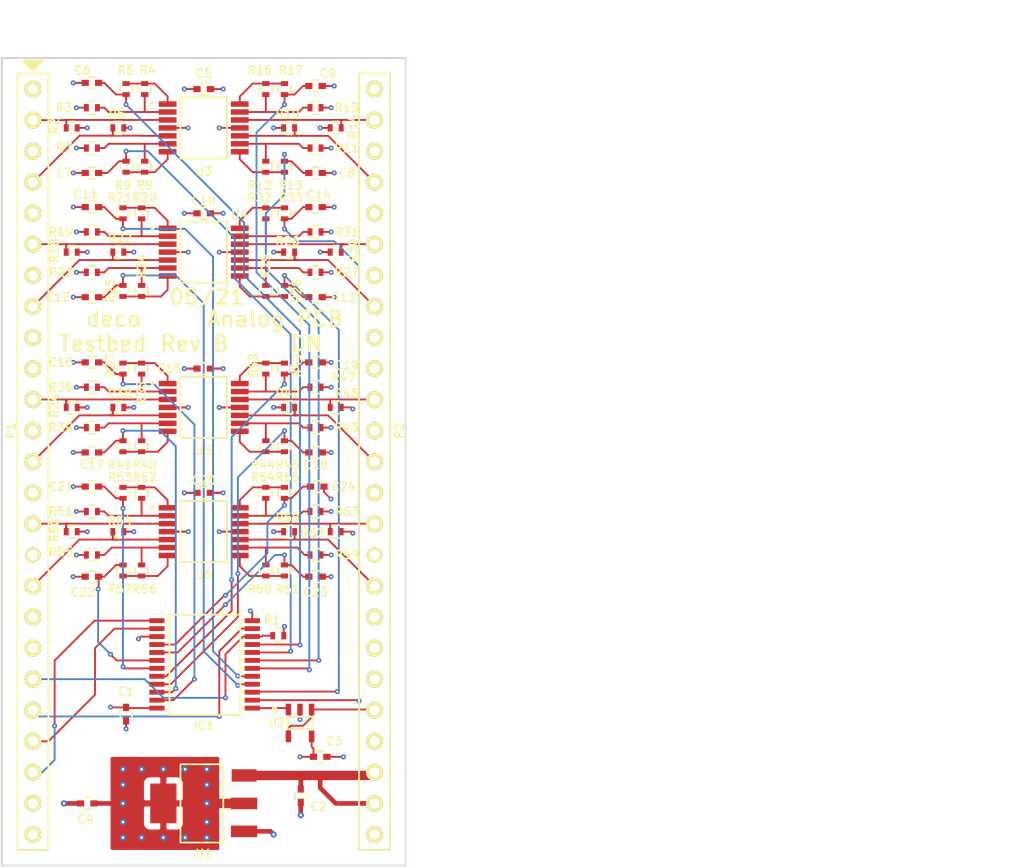
<source format=kicad_pcb>
(kicad_pcb (version 4) (host pcbnew 4.0.2-stable)
  (layers (0 F.Cu signal hide) (1 In1.Cu power hide) (2 In2.Cu power hide) (31 B.Cu signal hide) (34 B.Paste user hide) (35 F.Paste user hide) (36 B.SilkS user hide) (37 F.SilkS user hide) (38 B.Mask user hide) (39 F.Mask user hide) (44 Edge.Cuts user hide))
  (net 0 "")
  (net 1 +3V3)
  (net 2 GND)
  (net 3 +5V)
  (net 4 /MCP6004_1/OPOUT1)
  (net 5 /MCP6004_1/OPOUT2)
  (net 6 /MCP6004_1/OPOUT3)
  (net 7 /MCP6004_1/OPOUT4)
  (net 8 /MCP6004_2/OPOUT1)
  (net 9 /MCP6004_2/OPOUT2)
  (net 10 /MCP6004_2/OPOUT3)
  (net 11 /MCP6004_2/OPOUT4)
  (net 12 /MCP6004_3/OPOUT1)
  (net 13 /MCP6004_3/OPOUT2)
  (net 14 /MCP6004_3/OPOUT3)
  (net 15 /MCP6004_3/OPOUT4)
  (net 16 /MCP6004_4/OPOUT1)
  (net 17 /MCP6004_4/OPOUT2)
  (net 18 /MCP6004_4/OPOUT3)
  (net 19 /MCP6004_4/OPOUT4)
  (net 20 "Net-(IC1-Pad1)")
  (net 21 /M_0)
  (net 22 /M_2)
  (net 23 /M_1)
  (net 24 /M_3)
  (net 25 /M_OUT)
  (net 26 "Net-(P2-Pad22)")
  (net 27 "Net-(R7-Pad2)")
  (net 28 "Net-(R12-Pad2)")
  (net 29 "Net-(R11-Pad2)")
  (net 30 "Net-(R15-Pad2)")
  (net 31 "Net-(R23-Pad2)")
  (net 32 "Net-(R27-Pad2)")
  (net 33 "Net-(R31-Pad2)")
  (net 34 "Net-(R39-Pad2)")
  (net 35 "Net-(R43-Pad2)")
  (net 36 "Net-(R47-Pad2)")
  (net 37 "Net-(R55-Pad2)")
  (net 38 "Net-(R59-Pad2)")
  (net 39 "Net-(R63-Pad2)")
  (net 40 "Net-(P1-Pad24)")
  (net 41 "Net-(R3-Pad1)")
  (net 42 "Net-(R4-Pad2)")
  (net 43 "Net-(R8-Pad2)")
  (net 44 "Net-(R16-Pad2)")
  (net 45 "Net-(R19-Pad1)")
  (net 46 "Net-(R20-Pad2)")
  (net 47 "Net-(R24-Pad2)")
  (net 48 "Net-(R28-Pad2)")
  (net 49 "Net-(R32-Pad2)")
  (net 50 "Net-(R35-Pad1)")
  (net 51 "Net-(R36-Pad2)")
  (net 52 "Net-(R40-Pad2)")
  (net 53 "Net-(R44-Pad2)")
  (net 54 "Net-(R48-Pad2)")
  (net 55 "Net-(R51-Pad1)")
  (net 56 "Net-(R52-Pad2)")
  (net 57 "Net-(R56-Pad2)")
  (net 58 "Net-(R60-Pad2)")
  (net 59 "Net-(R64-Pad2)")
  (net 60 /OPIN_1)
  (net 61 /OPIN_2)
  (net 62 /OPIN_5)
  (net 63 /OPIN_6)
  (net 64 /OPIN_9)
  (net 65 /OPIN_10)
  (net 66 /OPIN_13)
  (net 67 /OPIN_14)
  (net 68 /OPIN_4)
  (net 69 /OPIN_3)
  (net 70 /OPIN_8)
  (net 71 /OPIN_7)
  (net 72 /OPIN_12)
  (net 73 /OPIN_11)
  (net 74 /OPIN_16)
  (net 75 /OPIN_15)
  (module Resistors_SMD:R_0402 (layer F.Cu) (at 132.334 93.98 180)
    (fp_text reference R59 (at -2.54 0 360) (layer F.SilkS) (effects (font (size 0.6858 0.6858) (thickness 0.127))))
    (fp_text value OMIT)
    (pad 1 smd rect (at -0.45 0 180) (size 0.4 0.6) (layers F.Cu F.Paste F.Mask) (net 2 GND))
    (pad 2 smd rect (at 0.45 0 180) (size 0.4 0.6) (layers F.Cu F.Paste F.Mask) (net 38 "Net-(R59-Pad2)"))
  )
  (module Resistors_SMD:R_0402 (layer F.Cu) (at 118.11 85.09 270)
    (fp_text reference R40 (at 1.524 -0.254 360) (layer F.SilkS) (effects (font (size 0.6858 0.6858) (thickness 0.127))))
    (fp_text value 10k)
    (pad 1 smd rect (at -0.45 0 270) (size 0.4 0.6) (layers F.Cu F.Paste F.Mask) (net 34 "Net-(R39-Pad2)"))
    (pad 2 smd rect (at 0.45 0 270) (size 0.4 0.6) (layers F.Cu F.Paste F.Mask) (net 52 "Net-(R40-Pad2)"))
  )
  (module mods:25_pin_10in (layer F.Cu) (at 109.22 83.82 270)
    (fp_text reference P1 (at 0 1.778 270) (layer F.SilkS) (effects (font (size 0.6858 0.6858) (thickness 0.127))))
    (fp_text value CONNX25 hide)
    (pad 1 thru_hole circle (at -27.94 0 270) (size 1.397 1.397) (drill 0.8128) (layers *.Cu *.Mask F.SilkS) (net 2 GND))
    (pad 2 thru_hole circle (at -25.4 0 270) (size 1.397 1.397) (drill 0.8128) (layers *.Cu *.Mask F.SilkS) (net 60 /OPIN_1))
    (pad 3 thru_hole circle (at -22.86 0 270) (size 1.397 1.397) (drill 0.8128) (layers *.Cu *.Mask F.SilkS) (net 2 GND))
    (pad 4 thru_hole circle (at -20.32 0 270) (size 1.397 1.397) (drill 0.8128) (layers *.Cu *.Mask F.SilkS) (net 61 /OPIN_2))
    (pad 5 thru_hole circle (at -17.78 0 270) (size 1.397 1.397) (drill 0.8128) (layers *.Cu *.Mask F.SilkS) (net 2 GND))
    (pad 6 thru_hole circle (at -15.24 0 270) (size 1.397 1.397) (drill 0.8128) (layers *.Cu *.Mask F.SilkS) (net 62 /OPIN_5))
    (pad 7 thru_hole circle (at -12.7 0 270) (size 1.397 1.397) (drill 0.8128) (layers *.Cu *.Mask F.SilkS) (net 2 GND))
    (pad 8 thru_hole circle (at -10.16 0 270) (size 1.397 1.397) (drill 0.8128) (layers *.Cu *.Mask F.SilkS) (net 63 /OPIN_6))
    (pad 9 thru_hole circle (at -7.62 0 270) (size 1.397 1.397) (drill 0.8128) (layers *.Cu *.Mask F.SilkS) (net 2 GND))
    (pad 10 thru_hole circle (at -5.08 0 270) (size 1.397 1.397) (drill 0.8128) (layers *.Cu *.Mask F.SilkS) (net 2 GND))
    (pad 11 thru_hole circle (at -2.54 0 270) (size 1.397 1.397) (drill 0.8128) (layers *.Cu *.Mask F.SilkS) (net 64 /OPIN_9))
    (pad 12 thru_hole circle (at 0 0 270) (size 1.397 1.397) (drill 0.8128) (layers *.Cu *.Mask F.SilkS) (net 2 GND))
    (pad 13 thru_hole circle (at 2.54 0 270) (size 1.397 1.397) (drill 0.8128) (layers *.Cu *.Mask F.SilkS) (net 65 /OPIN_10))
    (pad 14 thru_hole circle (at 5.08 0 270) (size 1.397 1.397) (drill 0.8128) (layers *.Cu *.Mask F.SilkS) (net 2 GND))
    (pad 15 thru_hole circle (at 7.62 0 270) (size 1.397 1.397) (drill 0.8128) (layers *.Cu *.Mask F.SilkS) (net 66 /OPIN_13))
    (pad 16 thru_hole circle (at 10.16 0 270) (size 1.27 1.27) (drill 0.8128) (layers *.Cu *.Mask F.SilkS) (net 2 GND))
    (pad 17 thru_hole circle (at 12.7 0 270) (size 1.397 1.397) (drill 0.8128) (layers *.Cu *.Mask F.SilkS) (net 67 /OPIN_14))
    (pad 18 thru_hole circle (at 15.24 0 270) (size 1.397 1.397) (drill 0.8128) (layers *.Cu *.Mask F.SilkS) (net 2 GND))
    (pad 19 thru_hole circle (at 17.78 0 270) (size 1.397 1.397) (drill 0.8128) (layers *.Cu *.Mask F.SilkS) (net 2 GND))
    (pad 20 thru_hole circle (at 20.32 0 270) (size 1.397 1.397) (drill 0.8128) (layers *.Cu *.Mask F.SilkS) (net 21 /M_0))
    (pad 21 thru_hole circle (at 22.86 0 270) (size 1.397 1.397) (drill 0.8128) (layers *.Cu *.Mask F.SilkS) (net 23 /M_1))
    (pad 22 thru_hole circle (at 25.4 0 270) (size 1.397 1.397) (drill 0.8128) (layers *.Cu *.Mask F.SilkS) (net 22 /M_2))
    (pad 23 thru_hole circle (at 27.94 0 270) (size 1.397 1.397) (drill 0.8128) (layers *.Cu *.Mask F.SilkS) (net 24 /M_3))
    (pad 24 thru_hole circle (at 30.48 0 270) (size 1.397 1.397) (drill 0.8128) (layers *.Cu *.Mask F.SilkS) (net 40 "Net-(P1-Pad24)"))
    (pad 25 thru_hole circle (at 33.02 0 270) (size 1.397 1.397) (drill 0.8128) (layers *.Cu *.Mask F.SilkS) (net 2 GND))
  )
  (module Resistors_SMD:R_0402 (layer F.Cu) (at 129.794 62.23 90)
    (fp_text reference R13 (at -1.524 0.508 180) (layer F.SilkS) (effects (font (size 0.6858 0.6858) (thickness 0.127))))
    (fp_text value 10k)
    (pad 1 smd rect (at -0.45 0 90) (size 0.4 0.6) (layers F.Cu F.Paste F.Mask) (net 28 "Net-(R12-Pad2)"))
    (pad 2 smd rect (at 0.45 0 90) (size 0.4 0.6) (layers F.Cu F.Paste F.Mask) (net 6 /MCP6004_1/OPOUT3))
  )
  (module Resistors_SMD:R_0402 (layer F.Cu) (at 118.11 95.25 270)
    (fp_text reference R56 (at 1.524 -0.254 360) (layer F.SilkS) (effects (font (size 0.6858 0.6858) (thickness 0.127))))
    (fp_text value 10k)
    (pad 1 smd rect (at -0.45 0 270) (size 0.4 0.6) (layers F.Cu F.Paste F.Mask) (net 37 "Net-(R55-Pad2)"))
    (pad 2 smd rect (at 0.45 0 270) (size 0.4 0.6) (layers F.Cu F.Paste F.Mask) (net 57 "Net-(R56-Pad2)"))
  )
  (module Resistors_SMD:R_0402 (layer F.Cu) (at 114.046 93.98)
    (fp_text reference R55 (at -2.54 -0.254) (layer F.SilkS) (effects (font (size 0.6858 0.6858) (thickness 0.127))))
    (fp_text value OMIT)
    (pad 1 smd rect (at -0.45 0) (size 0.4 0.6) (layers F.Cu F.Paste F.Mask) (net 2 GND))
    (pad 2 smd rect (at 0.45 0) (size 0.4 0.6) (layers F.Cu F.Paste F.Mask) (net 37 "Net-(R55-Pad2)"))
  )
  (module Capacitors_SMD:C_0402 (layer F.Cu) (at 132.715 110.49)
    (fp_text reference C3 (at 1.143 -1.27) (layer F.SilkS) (effects (font (size 0.6858 0.6858) (thickness 0.127))))
    (fp_text value .1uF)
    (pad 1 smd rect (at -0.55 0) (size 0.6 0.5) (layers F.Cu F.Paste F.Mask) (net 1 +3V3))
    (pad 2 smd rect (at 0.55 0) (size 0.6 0.5) (layers F.Cu F.Paste F.Mask) (net 2 GND))
  )
  (module Capacitors_SMD:C_0402 (layer F.Cu) (at 113.665 114.3 180)
    (fp_text reference C4 (at 0.127 -1.27 180) (layer F.SilkS) (effects (font (size 0.6858 0.6858) (thickness 0.127))))
    (fp_text value .1uF)
    (pad 1 smd rect (at -0.55 0 180) (size 0.6 0.5) (layers F.Cu F.Paste F.Mask) (net 1 +3V3))
    (pad 2 smd rect (at 0.55 0 180) (size 0.6 0.5) (layers F.Cu F.Paste F.Mask) (net 2 GND))
  )
  (module Capacitors_SMD:C_0402 (layer F.Cu) (at 123.19 55.88)
    (fp_text reference C5 (at 0 -1.27 180) (layer F.SilkS) (effects (font (size 0.6858 0.6858) (thickness 0.127))))
    (fp_text value .1uF)
    (pad 1 smd rect (at -0.55 0) (size 0.6 0.5) (layers F.Cu F.Paste F.Mask) (net 1 +3V3))
    (pad 2 smd rect (at 0.55 0) (size 0.6 0.5) (layers F.Cu F.Paste F.Mask) (net 2 GND))
  )
  (module Capacitors_SMD:C_0402 (layer F.Cu) (at 114.046 55.372 180)
    (fp_text reference C6 (at 0.762 1.016 180) (layer F.SilkS) (effects (font (size 0.6858 0.6858) (thickness 0.127))))
    (fp_text value .1uF)
    (pad 1 smd rect (at -0.55 0 180) (size 0.6 0.5) (layers F.Cu F.Paste F.Mask) (net 4 /MCP6004_1/OPOUT1))
    (pad 2 smd rect (at 0.55 0 180) (size 0.6 0.5) (layers F.Cu F.Paste F.Mask) (net 2 GND))
  )
  (module Capacitors_SMD:C_0402 (layer F.Cu) (at 132.334 62.738)
    (fp_text reference C8 (at 2.54 0) (layer F.SilkS) (effects (font (size 0.6858 0.6858) (thickness 0.127))))
    (fp_text value .1uF)
    (pad 1 smd rect (at -0.55 0) (size 0.6 0.5) (layers F.Cu F.Paste F.Mask) (net 6 /MCP6004_1/OPOUT3))
    (pad 2 smd rect (at 0.55 0) (size 0.6 0.5) (layers F.Cu F.Paste F.Mask) (net 2 GND))
  )
  (module Capacitors_SMD:C_0402 (layer F.Cu) (at 132.334 55.626)
    (fp_text reference C9 (at 1.016 -1.016) (layer F.SilkS) (effects (font (size 0.6858 0.6858) (thickness 0.127))))
    (fp_text value .1uF)
    (pad 1 smd rect (at -0.55 0) (size 0.6 0.5) (layers F.Cu F.Paste F.Mask) (net 7 /MCP6004_1/OPOUT4))
    (pad 2 smd rect (at 0.55 0) (size 0.6 0.5) (layers F.Cu F.Paste F.Mask) (net 2 GND))
  )
  (module Capacitors_SMD:C_0402 (layer F.Cu) (at 123.19 66.04)
    (fp_text reference C10 (at 0 -1.016) (layer F.SilkS) (effects (font (size 0.6858 0.6858) (thickness 0.127))))
    (fp_text value .1uF)
    (pad 1 smd rect (at -0.55 0) (size 0.6 0.5) (layers F.Cu F.Paste F.Mask) (net 1 +3V3))
    (pad 2 smd rect (at 0.55 0) (size 0.6 0.5) (layers F.Cu F.Paste F.Mask) (net 2 GND))
  )
  (module Capacitors_SMD:C_0402 (layer F.Cu) (at 114.046 65.532 180)
    (fp_text reference C11 (at 0.508 1.016 180) (layer F.SilkS) (effects (font (size 0.6858 0.6858) (thickness 0.127))))
    (fp_text value .1uF)
    (pad 1 smd rect (at -0.55 0 180) (size 0.6 0.5) (layers F.Cu F.Paste F.Mask) (net 8 /MCP6004_2/OPOUT1))
    (pad 2 smd rect (at 0.55 0 180) (size 0.6 0.5) (layers F.Cu F.Paste F.Mask) (net 2 GND))
  )
  (module Capacitors_SMD:C_0402 (layer F.Cu) (at 114.046 72.898 180)
    (fp_text reference C12 (at 2.794 0 180) (layer F.SilkS) (effects (font (size 0.6858 0.6858) (thickness 0.127))))
    (fp_text value .1uF)
    (pad 1 smd rect (at -0.55 0 180) (size 0.6 0.5) (layers F.Cu F.Paste F.Mask) (net 9 /MCP6004_2/OPOUT2))
    (pad 2 smd rect (at 0.55 0 180) (size 0.6 0.5) (layers F.Cu F.Paste F.Mask) (net 2 GND))
  )
  (module Capacitors_SMD:C_0402 (layer F.Cu) (at 132.334 72.898)
    (fp_text reference C13 (at 2.286 0) (layer F.SilkS) (effects (font (size 0.6858 0.6858) (thickness 0.127))))
    (fp_text value .1uF)
    (pad 1 smd rect (at -0.55 0) (size 0.6 0.5) (layers F.Cu F.Paste F.Mask) (net 10 /MCP6004_2/OPOUT3))
    (pad 2 smd rect (at 0.55 0) (size 0.6 0.5) (layers F.Cu F.Paste F.Mask) (net 2 GND))
  )
  (module Capacitors_SMD:C_0402 (layer F.Cu) (at 132.334 65.532)
    (fp_text reference C14 (at 0.254 -1.016) (layer F.SilkS) (effects (font (size 0.6858 0.6858) (thickness 0.127))))
    (fp_text value .1uF)
    (pad 1 smd rect (at -0.55 0) (size 0.6 0.5) (layers F.Cu F.Paste F.Mask) (net 11 /MCP6004_2/OPOUT4))
    (pad 2 smd rect (at 0.55 0) (size 0.6 0.5) (layers F.Cu F.Paste F.Mask) (net 2 GND))
  )
  (module Capacitors_SMD:C_0402 (layer F.Cu) (at 123.19 78.74)
    (fp_text reference C15 (at -2.794 0) (layer F.SilkS) (effects (font (size 0.6858 0.6858) (thickness 0.127))))
    (fp_text value .1uF)
    (pad 1 smd rect (at -0.55 0) (size 0.6 0.5) (layers F.Cu F.Paste F.Mask) (net 1 +3V3))
    (pad 2 smd rect (at 0.55 0) (size 0.6 0.5) (layers F.Cu F.Paste F.Mask) (net 2 GND))
  )
  (module Capacitors_SMD:C_0402 (layer F.Cu) (at 114.046 78.232 180)
    (fp_text reference C16 (at 2.54 0 180) (layer F.SilkS) (effects (font (size 0.6858 0.6858) (thickness 0.127))))
    (fp_text value .1uF)
    (pad 1 smd rect (at -0.55 0 180) (size 0.6 0.5) (layers F.Cu F.Paste F.Mask) (net 12 /MCP6004_3/OPOUT1))
    (pad 2 smd rect (at 0.55 0 180) (size 0.6 0.5) (layers F.Cu F.Paste F.Mask) (net 2 GND))
  )
  (module Capacitors_SMD:C_0402 (layer F.Cu) (at 114.046 85.598 180)
    (fp_text reference C17 (at 0 -1.016 180) (layer F.SilkS) (effects (font (size 0.6858 0.6858) (thickness 0.127))))
    (fp_text value .1uF)
    (pad 1 smd rect (at -0.55 0 180) (size 0.6 0.5) (layers F.Cu F.Paste F.Mask) (net 13 /MCP6004_3/OPOUT2))
    (pad 2 smd rect (at 0.55 0 180) (size 0.6 0.5) (layers F.Cu F.Paste F.Mask) (net 2 GND))
  )
  (module Capacitors_SMD:C_0402 (layer F.Cu) (at 132.334 85.598)
    (fp_text reference C18 (at 0 1.016) (layer F.SilkS) (effects (font (size 0.6858 0.6858) (thickness 0.127))))
    (fp_text value .1uF)
    (pad 1 smd rect (at -0.55 0) (size 0.6 0.5) (layers F.Cu F.Paste F.Mask) (net 14 /MCP6004_3/OPOUT3))
    (pad 2 smd rect (at 0.55 0) (size 0.6 0.5) (layers F.Cu F.Paste F.Mask) (net 2 GND))
  )
  (module Capacitors_SMD:C_0402 (layer F.Cu) (at 132.334 78.232)
    (fp_text reference C19 (at 2.54 0.254) (layer F.SilkS) (effects (font (size 0.6858 0.6858) (thickness 0.127))))
    (fp_text value .1uF)
    (pad 1 smd rect (at -0.55 0) (size 0.6 0.5) (layers F.Cu F.Paste F.Mask) (net 15 /MCP6004_3/OPOUT4))
    (pad 2 smd rect (at 0.55 0) (size 0.6 0.5) (layers F.Cu F.Paste F.Mask) (net 2 GND))
  )
  (module Capacitors_SMD:C_0402 (layer F.Cu) (at 123.19 88.9)
    (fp_text reference C20 (at 0 -1.016) (layer F.SilkS) (effects (font (size 0.6858 0.6858) (thickness 0.127))))
    (fp_text value .1uF)
    (pad 1 smd rect (at -0.55 0) (size 0.6 0.5) (layers F.Cu F.Paste F.Mask) (net 1 +3V3))
    (pad 2 smd rect (at 0.55 0) (size 0.6 0.5) (layers F.Cu F.Paste F.Mask) (net 2 GND))
  )
  (module Capacitors_SMD:C_0402 (layer F.Cu) (at 114.046 88.392 180)
    (fp_text reference C21 (at 2.54 0 180) (layer F.SilkS) (effects (font (size 0.6858 0.6858) (thickness 0.127))))
    (fp_text value .1uF)
    (pad 1 smd rect (at -0.55 0 180) (size 0.6 0.5) (layers F.Cu F.Paste F.Mask) (net 16 /MCP6004_4/OPOUT1))
    (pad 2 smd rect (at 0.55 0 180) (size 0.6 0.5) (layers F.Cu F.Paste F.Mask) (net 2 GND))
  )
  (module Capacitors_SMD:C_0402 (layer F.Cu) (at 114.046 95.758 180)
    (fp_text reference C22 (at 0.762 -1.27 180) (layer F.SilkS) (effects (font (size 0.6858 0.6858) (thickness 0.127))))
    (fp_text value .1uF)
    (pad 1 smd rect (at -0.55 0 180) (size 0.6 0.5) (layers F.Cu F.Paste F.Mask) (net 17 /MCP6004_4/OPOUT2))
    (pad 2 smd rect (at 0.55 0 180) (size 0.6 0.5) (layers F.Cu F.Paste F.Mask) (net 2 GND))
  )
  (module Capacitors_SMD:C_0402 (layer F.Cu) (at 132.334 95.758)
    (fp_text reference C23 (at 0 1.27) (layer F.SilkS) (effects (font (size 0.6858 0.6858) (thickness 0.127))))
    (fp_text value .1uF)
    (pad 1 smd rect (at -0.55 0) (size 0.6 0.5) (layers F.Cu F.Paste F.Mask) (net 18 /MCP6004_4/OPOUT3))
    (pad 2 smd rect (at 0.55 0) (size 0.6 0.5) (layers F.Cu F.Paste F.Mask) (net 2 GND))
  )
  (module Resistors_SMD:R_0402 (layer F.Cu) (at 129.286 100.584 180)
    (fp_text reference R1 (at 0.508 1.27 180) (layer F.SilkS) (effects (font (size 0.6858 0.6858) (thickness 0.127))))
    (fp_text value 10k)
    (pad 1 smd rect (at -0.45 0 180) (size 0.4 0.6) (layers F.Cu F.Paste F.Mask) (net 2 GND))
    (pad 2 smd rect (at 0.45 0 180) (size 0.4 0.6) (layers F.Cu F.Paste F.Mask) (net 21 /M_0))
  )
  (module Resistors_SMD:R_0402 (layer F.Cu) (at 112.395 59.055 180)
    (fp_text reference R2 (at 1.397 0.127 450) (layer F.SilkS) (effects (font (size 0.6858 0.6858) (thickness 0.127))))
    (fp_text value OMIT)
    (pad 1 smd rect (at -0.45 0 180) (size 0.4 0.6) (layers F.Cu F.Paste F.Mask) (net 2 GND))
    (pad 2 smd rect (at 0.45 0 180) (size 0.4 0.6) (layers F.Cu F.Paste F.Mask) (net 60 /OPIN_1))
  )
  (module Resistors_SMD:R_0402 (layer F.Cu) (at 114.046 57.404 180)
    (fp_text reference R3 (at 2.286 0 360) (layer F.SilkS) (effects (font (size 0.6858 0.6858) (thickness 0.127))))
    (fp_text value OMIT)
    (pad 1 smd rect (at -0.45 0 180) (size 0.4 0.6) (layers F.Cu F.Paste F.Mask) (net 41 "Net-(R3-Pad1)"))
    (pad 2 smd rect (at 0.45 0 180) (size 0.4 0.6) (layers F.Cu F.Paste F.Mask) (net 2 GND))
  )
  (module Resistors_SMD:R_0402 (layer F.Cu) (at 118.364 55.88 90)
    (fp_text reference R4 (at 1.524 0.254 180) (layer F.SilkS) (effects (font (size 0.6858 0.6858) (thickness 0.127))))
    (fp_text value 10k)
    (pad 1 smd rect (at -0.45 0 90) (size 0.4 0.6) (layers F.Cu F.Paste F.Mask) (net 41 "Net-(R3-Pad1)"))
    (pad 2 smd rect (at 0.45 0 90) (size 0.4 0.6) (layers F.Cu F.Paste F.Mask) (net 42 "Net-(R4-Pad2)"))
  )
  (module Resistors_SMD:R_0402 (layer F.Cu) (at 116.84 55.88 270)
    (fp_text reference R5 (at -1.524 0 540) (layer F.SilkS) (effects (font (size 0.6858 0.6858) (thickness 0.127))))
    (fp_text value 10k)
    (pad 1 smd rect (at -0.45 0 270) (size 0.4 0.6) (layers F.Cu F.Paste F.Mask) (net 42 "Net-(R4-Pad2)"))
    (pad 2 smd rect (at 0.45 0 270) (size 0.4 0.6) (layers F.Cu F.Paste F.Mask) (net 4 /MCP6004_1/OPOUT1))
  )
  (module Resistors_SMD:R_0402 (layer F.Cu) (at 116.205 59.055 180)
    (fp_text reference R6 (at 0.127 1.143 360) (layer F.SilkS) (effects (font (size 0.6858 0.6858) (thickness 0.127))))
    (fp_text value OMIT)
    (pad 1 smd rect (at -0.45 0 180) (size 0.4 0.6) (layers F.Cu F.Paste F.Mask) (net 2 GND))
    (pad 2 smd rect (at 0.45 0 180) (size 0.4 0.6) (layers F.Cu F.Paste F.Mask) (net 61 /OPIN_2))
  )
  (module Resistors_SMD:R_0402 (layer F.Cu) (at 114.046 60.706)
    (fp_text reference R7 (at -2.286 0) (layer F.SilkS) (effects (font (size 0.6858 0.6858) (thickness 0.127))))
    (fp_text value OMIT)
    (pad 1 smd rect (at -0.45 0) (size 0.4 0.6) (layers F.Cu F.Paste F.Mask) (net 2 GND))
    (pad 2 smd rect (at 0.45 0) (size 0.4 0.6) (layers F.Cu F.Paste F.Mask) (net 27 "Net-(R7-Pad2)"))
  )
  (module Resistors_SMD:R_0402 (layer F.Cu) (at 118.364 62.23 270)
    (fp_text reference R8 (at 1.524 0 360) (layer F.SilkS) (effects (font (size 0.6858 0.6858) (thickness 0.127))))
    (fp_text value 10k)
    (pad 1 smd rect (at -0.45 0 270) (size 0.4 0.6) (layers F.Cu F.Paste F.Mask) (net 27 "Net-(R7-Pad2)"))
    (pad 2 smd rect (at 0.45 0 270) (size 0.4 0.6) (layers F.Cu F.Paste F.Mask) (net 43 "Net-(R8-Pad2)"))
  )
  (module Resistors_SMD:R_0402 (layer F.Cu) (at 116.84 62.23 90)
    (fp_text reference R9 (at -1.524 -0.254 180) (layer F.SilkS) (effects (font (size 0.6858 0.6858) (thickness 0.127))))
    (fp_text value 10k)
    (pad 1 smd rect (at -0.45 0 90) (size 0.4 0.6) (layers F.Cu F.Paste F.Mask) (net 43 "Net-(R8-Pad2)"))
    (pad 2 smd rect (at 0.45 0 90) (size 0.4 0.6) (layers F.Cu F.Paste F.Mask) (net 5 /MCP6004_1/OPOUT2))
  )
  (module Resistors_SMD:R_0402 (layer F.Cu) (at 130.175 59.055)
    (fp_text reference R10 (at -0.127 -1.143) (layer F.SilkS) (effects (font (size 0.6858 0.6858) (thickness 0.127))))
    (fp_text value OMIT)
    (pad 1 smd rect (at -0.45 0) (size 0.4 0.6) (layers F.Cu F.Paste F.Mask) (net 2 GND))
    (pad 2 smd rect (at 0.45 0) (size 0.4 0.6) (layers F.Cu F.Paste F.Mask) (net 69 /OPIN_3))
  )
  (module Resistors_SMD:R_0402 (layer F.Cu) (at 132.334 60.706 180)
    (fp_text reference R11 (at -2.54 0 180) (layer F.SilkS) (effects (font (size 0.6858 0.6858) (thickness 0.127))))
    (fp_text value OMIT)
    (pad 1 smd rect (at -0.45 0 180) (size 0.4 0.6) (layers F.Cu F.Paste F.Mask) (net 2 GND))
    (pad 2 smd rect (at 0.45 0 180) (size 0.4 0.6) (layers F.Cu F.Paste F.Mask) (net 29 "Net-(R11-Pad2)"))
  )
  (module Resistors_SMD:R_0402 (layer F.Cu) (at 128.27 62.23 270)
    (fp_text reference R12 (at 1.524 0.508 360) (layer F.SilkS) (effects (font (size 0.6858 0.6858) (thickness 0.127))))
    (fp_text value 10k)
    (pad 1 smd rect (at -0.45 0 270) (size 0.4 0.6) (layers F.Cu F.Paste F.Mask) (net 29 "Net-(R11-Pad2)"))
    (pad 2 smd rect (at 0.45 0 270) (size 0.4 0.6) (layers F.Cu F.Paste F.Mask) (net 28 "Net-(R12-Pad2)"))
  )
  (module Resistors_SMD:R_0402 (layer F.Cu) (at 133.985 59.055)
    (fp_text reference R14 (at 1.397 -0.127 90) (layer F.SilkS) (effects (font (size 0.6858 0.6858) (thickness 0.127))))
    (fp_text value OMIT)
    (pad 1 smd rect (at -0.45 0) (size 0.4 0.6) (layers F.Cu F.Paste F.Mask) (net 2 GND))
    (pad 2 smd rect (at 0.45 0) (size 0.4 0.6) (layers F.Cu F.Paste F.Mask) (net 68 /OPIN_4))
  )
  (module Resistors_SMD:R_0402 (layer F.Cu) (at 132.334 57.404 180)
    (fp_text reference R15 (at -2.54 0 180) (layer F.SilkS) (effects (font (size 0.6858 0.6858) (thickness 0.127))))
    (fp_text value OMIT)
    (pad 1 smd rect (at -0.45 0 180) (size 0.4 0.6) (layers F.Cu F.Paste F.Mask) (net 2 GND))
    (pad 2 smd rect (at 0.45 0 180) (size 0.4 0.6) (layers F.Cu F.Paste F.Mask) (net 30 "Net-(R15-Pad2)"))
  )
  (module Resistors_SMD:R_0402 (layer F.Cu) (at 128.27 55.88 90)
    (fp_text reference R16 (at 1.524 -0.508 180) (layer F.SilkS) (effects (font (size 0.6858 0.6858) (thickness 0.127))))
    (fp_text value 10k)
    (pad 1 smd rect (at -0.45 0 90) (size 0.4 0.6) (layers F.Cu F.Paste F.Mask) (net 30 "Net-(R15-Pad2)"))
    (pad 2 smd rect (at 0.45 0 90) (size 0.4 0.6) (layers F.Cu F.Paste F.Mask) (net 44 "Net-(R16-Pad2)"))
  )
  (module Resistors_SMD:R_0402 (layer F.Cu) (at 129.794 55.88 270)
    (fp_text reference R17 (at -1.524 -0.508 360) (layer F.SilkS) (effects (font (size 0.6858 0.6858) (thickness 0.127))))
    (fp_text value 10k)
    (pad 1 smd rect (at -0.45 0 270) (size 0.4 0.6) (layers F.Cu F.Paste F.Mask) (net 44 "Net-(R16-Pad2)"))
    (pad 2 smd rect (at 0.45 0 270) (size 0.4 0.6) (layers F.Cu F.Paste F.Mask) (net 7 /MCP6004_1/OPOUT4))
  )
  (module Resistors_SMD:R_0402 (layer F.Cu) (at 112.395 69.215 180)
    (fp_text reference R18 (at 1.397 0.127 270) (layer F.SilkS) (effects (font (size 0.6858 0.6858) (thickness 0.127))))
    (fp_text value OMIT)
    (pad 1 smd rect (at -0.45 0 180) (size 0.4 0.6) (layers F.Cu F.Paste F.Mask) (net 2 GND))
    (pad 2 smd rect (at 0.45 0 180) (size 0.4 0.6) (layers F.Cu F.Paste F.Mask) (net 62 /OPIN_5))
  )
  (module Resistors_SMD:R_0402 (layer F.Cu) (at 114.046 67.564 180)
    (fp_text reference R19 (at 2.54 0 180) (layer F.SilkS) (effects (font (size 0.6858 0.6858) (thickness 0.127))))
    (fp_text value OMIT)
    (pad 1 smd rect (at -0.45 0 180) (size 0.4 0.6) (layers F.Cu F.Paste F.Mask) (net 45 "Net-(R19-Pad1)"))
    (pad 2 smd rect (at 0.45 0 180) (size 0.4 0.6) (layers F.Cu F.Paste F.Mask) (net 2 GND))
  )
  (module Resistors_SMD:R_0402 (layer F.Cu) (at 118.11 66.04 90)
    (fp_text reference R20 (at 1.27 0.254 180) (layer F.SilkS) (effects (font (size 0.6858 0.6858) (thickness 0.127))))
    (fp_text value 10k)
    (pad 1 smd rect (at -0.45 0 90) (size 0.4 0.6) (layers F.Cu F.Paste F.Mask) (net 45 "Net-(R19-Pad1)"))
    (pad 2 smd rect (at 0.45 0 90) (size 0.4 0.6) (layers F.Cu F.Paste F.Mask) (net 46 "Net-(R20-Pad2)"))
  )
  (module Resistors_SMD:R_0402 (layer F.Cu) (at 116.586 66.04 270)
    (fp_text reference R21 (at -1.27 0.254 360) (layer F.SilkS) (effects (font (size 0.6858 0.6858) (thickness 0.127))))
    (fp_text value 10k)
    (pad 1 smd rect (at -0.45 0 270) (size 0.4 0.6) (layers F.Cu F.Paste F.Mask) (net 46 "Net-(R20-Pad2)"))
    (pad 2 smd rect (at 0.45 0 270) (size 0.4 0.6) (layers F.Cu F.Paste F.Mask) (net 8 /MCP6004_2/OPOUT1))
  )
  (module Resistors_SMD:R_0402 (layer F.Cu) (at 116.205 69.215 180)
    (fp_text reference R22 (at -0.127 1.143 180) (layer F.SilkS) (effects (font (size 0.6858 0.6858) (thickness 0.127))))
    (fp_text value OMIT)
    (pad 1 smd rect (at -0.45 0 180) (size 0.4 0.6) (layers F.Cu F.Paste F.Mask) (net 2 GND))
    (pad 2 smd rect (at 0.45 0 180) (size 0.4 0.6) (layers F.Cu F.Paste F.Mask) (net 63 /OPIN_6))
  )
  (module Resistors_SMD:R_0402 (layer F.Cu) (at 114.046 70.866)
    (fp_text reference R23 (at -2.54 0) (layer F.SilkS) (effects (font (size 0.6858 0.6858) (thickness 0.127))))
    (fp_text value OMIT)
    (pad 1 smd rect (at -0.45 0) (size 0.4 0.6) (layers F.Cu F.Paste F.Mask) (net 2 GND))
    (pad 2 smd rect (at 0.45 0) (size 0.4 0.6) (layers F.Cu F.Paste F.Mask) (net 31 "Net-(R23-Pad2)"))
  )
  (module Resistors_SMD:R_0402 (layer F.Cu) (at 118.11 72.39 270)
    (fp_text reference R24 (at -2.032 0 450) (layer F.SilkS) (effects (font (size 0.6858 0.6858) (thickness 0.127))))
    (fp_text value 10k)
    (pad 1 smd rect (at -0.45 0 270) (size 0.4 0.6) (layers F.Cu F.Paste F.Mask) (net 31 "Net-(R23-Pad2)"))
    (pad 2 smd rect (at 0.45 0 270) (size 0.4 0.6) (layers F.Cu F.Paste F.Mask) (net 47 "Net-(R24-Pad2)"))
  )
  (module Resistors_SMD:R_0402 (layer F.Cu) (at 116.586 72.39 90)
    (fp_text reference R25 (at 0 -1.016 270) (layer F.SilkS) (effects (font (size 0.6858 0.6858) (thickness 0.127))))
    (fp_text value 10k)
    (pad 1 smd rect (at -0.45 0 90) (size 0.4 0.6) (layers F.Cu F.Paste F.Mask) (net 47 "Net-(R24-Pad2)"))
    (pad 2 smd rect (at 0.45 0 90) (size 0.4 0.6) (layers F.Cu F.Paste F.Mask) (net 9 /MCP6004_2/OPOUT2))
  )
  (module Resistors_SMD:R_0402 (layer F.Cu) (at 130.175 69.215)
    (fp_text reference R26 (at -0.127 -0.889) (layer F.SilkS) (effects (font (size 0.6858 0.6858) (thickness 0.127))))
    (fp_text value OMIT)
    (pad 1 smd rect (at -0.45 0) (size 0.4 0.6) (layers F.Cu F.Paste F.Mask) (net 2 GND))
    (pad 2 smd rect (at 0.45 0) (size 0.4 0.6) (layers F.Cu F.Paste F.Mask) (net 71 /OPIN_7))
  )
  (module Resistors_SMD:R_0402 (layer F.Cu) (at 132.334 70.866 180)
    (fp_text reference R27 (at -2.54 0 180) (layer F.SilkS) (effects (font (size 0.6858 0.6858) (thickness 0.127))))
    (fp_text value OMIT)
    (pad 1 smd rect (at -0.45 0 180) (size 0.4 0.6) (layers F.Cu F.Paste F.Mask) (net 2 GND))
    (pad 2 smd rect (at 0.45 0 180) (size 0.4 0.6) (layers F.Cu F.Paste F.Mask) (net 32 "Net-(R27-Pad2)"))
  )
  (module Resistors_SMD:R_0402 (layer F.Cu) (at 128.27 72.39 270)
    (fp_text reference R28 (at 0 -2.54 270) (layer F.SilkS) (effects (font (size 0.6858 0.6858) (thickness 0.127))))
    (fp_text value 10k)
    (pad 1 smd rect (at -0.45 0 270) (size 0.4 0.6) (layers F.Cu F.Paste F.Mask) (net 32 "Net-(R27-Pad2)"))
    (pad 2 smd rect (at 0.45 0 270) (size 0.4 0.6) (layers F.Cu F.Paste F.Mask) (net 48 "Net-(R28-Pad2)"))
  )
  (module Resistors_SMD:R_0402 (layer F.Cu) (at 129.794 72.39 90)
    (fp_text reference R29 (at 2.032 -1.524 270) (layer F.SilkS) (effects (font (size 0.6858 0.6858) (thickness 0.127))))
    (fp_text value 10k)
    (pad 1 smd rect (at -0.45 0 90) (size 0.4 0.6) (layers F.Cu F.Paste F.Mask) (net 48 "Net-(R28-Pad2)"))
    (pad 2 smd rect (at 0.45 0 90) (size 0.4 0.6) (layers F.Cu F.Paste F.Mask) (net 10 /MCP6004_2/OPOUT3))
  )
  (module Resistors_SMD:R_0402 (layer F.Cu) (at 133.985 69.215)
    (fp_text reference R30 (at 1.397 -0.127 90) (layer F.SilkS) (effects (font (size 0.6858 0.6858) (thickness 0.127))))
    (fp_text value OMIT)
    (pad 1 smd rect (at -0.45 0) (size 0.4 0.6) (layers F.Cu F.Paste F.Mask) (net 2 GND))
    (pad 2 smd rect (at 0.45 0) (size 0.4 0.6) (layers F.Cu F.Paste F.Mask) (net 70 /OPIN_8))
  )
  (module Resistors_SMD:R_0402 (layer F.Cu) (at 132.334 67.564 180)
    (fp_text reference R31 (at -2.54 0 180) (layer F.SilkS) (effects (font (size 0.6858 0.6858) (thickness 0.127))))
    (fp_text value OMIT)
    (pad 1 smd rect (at -0.45 0 180) (size 0.4 0.6) (layers F.Cu F.Paste F.Mask) (net 2 GND))
    (pad 2 smd rect (at 0.45 0 180) (size 0.4 0.6) (layers F.Cu F.Paste F.Mask) (net 33 "Net-(R31-Pad2)"))
  )
  (module Resistors_SMD:R_0402 (layer F.Cu) (at 128.27 66.04 90)
    (fp_text reference R32 (at 1.27 -0.508 180) (layer F.SilkS) (effects (font (size 0.6858 0.6858) (thickness 0.127))))
    (fp_text value 10k)
    (pad 1 smd rect (at -0.45 0 90) (size 0.4 0.6) (layers F.Cu F.Paste F.Mask) (net 33 "Net-(R31-Pad2)"))
    (pad 2 smd rect (at 0.45 0 90) (size 0.4 0.6) (layers F.Cu F.Paste F.Mask) (net 49 "Net-(R32-Pad2)"))
  )
  (module Resistors_SMD:R_0402 (layer F.Cu) (at 129.794 66.04 270)
    (fp_text reference R33 (at -1.27 -0.508 360) (layer F.SilkS) (effects (font (size 0.6858 0.6858) (thickness 0.127))))
    (fp_text value 10k)
    (pad 1 smd rect (at -0.45 0 270) (size 0.4 0.6) (layers F.Cu F.Paste F.Mask) (net 49 "Net-(R32-Pad2)"))
    (pad 2 smd rect (at 0.45 0 270) (size 0.4 0.6) (layers F.Cu F.Paste F.Mask) (net 11 /MCP6004_2/OPOUT4))
  )
  (module Resistors_SMD:R_0402 (layer F.Cu) (at 112.395 81.915 180)
    (fp_text reference R34 (at 1.397 0.127 270) (layer F.SilkS) (effects (font (size 0.6858 0.6858) (thickness 0.127))))
    (fp_text value OMIT)
    (pad 1 smd rect (at -0.45 0 180) (size 0.4 0.6) (layers F.Cu F.Paste F.Mask) (net 2 GND))
    (pad 2 smd rect (at 0.45 0 180) (size 0.4 0.6) (layers F.Cu F.Paste F.Mask) (net 64 /OPIN_9))
  )
  (module Resistors_SMD:R_0402 (layer F.Cu) (at 114.046 80.264 180)
    (fp_text reference R35 (at 2.54 0 180) (layer F.SilkS) (effects (font (size 0.6858 0.6858) (thickness 0.127))))
    (fp_text value OMIT)
    (pad 1 smd rect (at -0.45 0 180) (size 0.4 0.6) (layers F.Cu F.Paste F.Mask) (net 50 "Net-(R35-Pad1)"))
    (pad 2 smd rect (at 0.45 0 180) (size 0.4 0.6) (layers F.Cu F.Paste F.Mask) (net 2 GND))
  )
  (module Resistors_SMD:R_0402 (layer F.Cu) (at 118.11 78.74 90)
    (fp_text reference R36 (at -2.032 0 270) (layer F.SilkS) (effects (font (size 0.6858 0.6858) (thickness 0.127))))
    (fp_text value 10k)
    (pad 1 smd rect (at -0.45 0 90) (size 0.4 0.6) (layers F.Cu F.Paste F.Mask) (net 50 "Net-(R35-Pad1)"))
    (pad 2 smd rect (at 0.45 0 90) (size 0.4 0.6) (layers F.Cu F.Paste F.Mask) (net 51 "Net-(R36-Pad2)"))
  )
  (module Resistors_SMD:R_0402 (layer F.Cu) (at 116.586 78.74 270)
    (fp_text reference R37 (at -0.254 1.016 450) (layer F.SilkS) (effects (font (size 0.6858 0.6858) (thickness 0.127))))
    (fp_text value 10k)
    (pad 1 smd rect (at -0.45 0 270) (size 0.4 0.6) (layers F.Cu F.Paste F.Mask) (net 51 "Net-(R36-Pad2)"))
    (pad 2 smd rect (at 0.45 0 270) (size 0.4 0.6) (layers F.Cu F.Paste F.Mask) (net 12 /MCP6004_3/OPOUT1))
  )
  (module Resistors_SMD:R_0402 (layer F.Cu) (at 116.205 81.915 180)
    (fp_text reference R38 (at -0.127 1.143 180) (layer F.SilkS) (effects (font (size 0.6858 0.6858) (thickness 0.127))))
    (fp_text value OMIT)
    (pad 1 smd rect (at -0.45 0 180) (size 0.4 0.6) (layers F.Cu F.Paste F.Mask) (net 2 GND))
    (pad 2 smd rect (at 0.45 0 180) (size 0.4 0.6) (layers F.Cu F.Paste F.Mask) (net 65 /OPIN_10))
  )
  (module Resistors_SMD:R_0402 (layer F.Cu) (at 114.046 83.566)
    (fp_text reference R39 (at -2.54 0) (layer F.SilkS) (effects (font (size 0.6858 0.6858) (thickness 0.127))))
    (fp_text value OMIT)
    (pad 1 smd rect (at -0.45 0) (size 0.4 0.6) (layers F.Cu F.Paste F.Mask) (net 2 GND))
    (pad 2 smd rect (at 0.45 0) (size 0.4 0.6) (layers F.Cu F.Paste F.Mask) (net 34 "Net-(R39-Pad2)"))
  )
  (module Resistors_SMD:R_0402 (layer F.Cu) (at 116.586 85.09 90)
    (fp_text reference R41 (at -1.524 -0.254 180) (layer F.SilkS) (effects (font (size 0.6858 0.6858) (thickness 0.127))))
    (fp_text value 10k)
    (pad 1 smd rect (at -0.45 0 90) (size 0.4 0.6) (layers F.Cu F.Paste F.Mask) (net 52 "Net-(R40-Pad2)"))
    (pad 2 smd rect (at 0.45 0 90) (size 0.4 0.6) (layers F.Cu F.Paste F.Mask) (net 13 /MCP6004_3/OPOUT2))
  )
  (module Resistors_SMD:R_0402 (layer F.Cu) (at 130.175 81.915)
    (fp_text reference R42 (at -0.127 -1.143) (layer F.SilkS) (effects (font (size 0.6858 0.6858) (thickness 0.127))))
    (fp_text value OMIT)
    (pad 1 smd rect (at -0.45 0) (size 0.4 0.6) (layers F.Cu F.Paste F.Mask) (net 2 GND))
    (pad 2 smd rect (at 0.45 0) (size 0.4 0.6) (layers F.Cu F.Paste F.Mask) (net 73 /OPIN_11))
  )
  (module Resistors_SMD:R_0402 (layer F.Cu) (at 132.334 83.566 180)
    (fp_text reference R43 (at -2.54 0 180) (layer F.SilkS) (effects (font (size 0.6858 0.6858) (thickness 0.127))))
    (fp_text value OMIT)
    (pad 1 smd rect (at -0.45 0 180) (size 0.4 0.6) (layers F.Cu F.Paste F.Mask) (net 2 GND))
    (pad 2 smd rect (at 0.45 0 180) (size 0.4 0.6) (layers F.Cu F.Paste F.Mask) (net 35 "Net-(R43-Pad2)"))
  )
  (module Resistors_SMD:R_0402 (layer F.Cu) (at 128.27 85.09 270)
    (fp_text reference R44 (at 1.524 0.254 360) (layer F.SilkS) (effects (font (size 0.6858 0.6858) (thickness 0.127))))
    (fp_text value 10k)
    (pad 1 smd rect (at -0.45 0 270) (size 0.4 0.6) (layers F.Cu F.Paste F.Mask) (net 35 "Net-(R43-Pad2)"))
    (pad 2 smd rect (at 0.45 0 270) (size 0.4 0.6) (layers F.Cu F.Paste F.Mask) (net 53 "Net-(R44-Pad2)"))
  )
  (module Resistors_SMD:R_0402 (layer F.Cu) (at 129.794 85.09 90)
    (fp_text reference R45 (at -1.524 0.254 180) (layer F.SilkS) (effects (font (size 0.6858 0.6858) (thickness 0.127))))
    (fp_text value 10k)
    (pad 1 smd rect (at -0.45 0 90) (size 0.4 0.6) (layers F.Cu F.Paste F.Mask) (net 53 "Net-(R44-Pad2)"))
    (pad 2 smd rect (at 0.45 0 90) (size 0.4 0.6) (layers F.Cu F.Paste F.Mask) (net 14 /MCP6004_3/OPOUT3))
  )
  (module Resistors_SMD:R_0402 (layer F.Cu) (at 133.985 81.915 180)
    (fp_text reference R46 (at -0.889 1.143 180) (layer F.SilkS) (effects (font (size 0.6858 0.6858) (thickness 0.127))))
    (fp_text value OMIT)
    (pad 1 smd rect (at -0.45 0 180) (size 0.4 0.6) (layers F.Cu F.Paste F.Mask) (net 2 GND))
    (pad 2 smd rect (at 0.45 0 180) (size 0.4 0.6) (layers F.Cu F.Paste F.Mask) (net 72 /OPIN_12))
  )
  (module Resistors_SMD:R_0402 (layer F.Cu) (at 132.334 80.264 180)
    (fp_text reference R47 (at -2.286 0.762 180) (layer F.SilkS) (effects (font (size 0.6858 0.6858) (thickness 0.127))))
    (fp_text value OMIT)
    (pad 1 smd rect (at -0.45 0 180) (size 0.4 0.6) (layers F.Cu F.Paste F.Mask) (net 2 GND))
    (pad 2 smd rect (at 0.45 0 180) (size 0.4 0.6) (layers F.Cu F.Paste F.Mask) (net 36 "Net-(R47-Pad2)"))
  )
  (module Resistors_SMD:R_0402 (layer F.Cu) (at 128.27 78.74 90)
    (fp_text reference R48 (at 0.254 -1.016 270) (layer F.SilkS) (effects (font (size 0.6858 0.6858) (thickness 0.127))))
    (fp_text value 10k)
    (pad 1 smd rect (at -0.45 0 90) (size 0.4 0.6) (layers F.Cu F.Paste F.Mask) (net 36 "Net-(R47-Pad2)"))
    (pad 2 smd rect (at 0.45 0 90) (size 0.4 0.6) (layers F.Cu F.Paste F.Mask) (net 54 "Net-(R48-Pad2)"))
  )
  (module Resistors_SMD:R_0402 (layer F.Cu) (at 129.794 78.74 270)
    (fp_text reference R49 (at -0.254 -1.016 450) (layer F.SilkS) (effects (font (size 0.6858 0.6858) (thickness 0.127))))
    (fp_text value 10k)
    (pad 1 smd rect (at -0.45 0 270) (size 0.4 0.6) (layers F.Cu F.Paste F.Mask) (net 54 "Net-(R48-Pad2)"))
    (pad 2 smd rect (at 0.45 0 270) (size 0.4 0.6) (layers F.Cu F.Paste F.Mask) (net 15 /MCP6004_3/OPOUT4))
  )
  (module Resistors_SMD:R_0402 (layer F.Cu) (at 112.395 92.075 180)
    (fp_text reference R50 (at 1.397 0.127 270) (layer F.SilkS) (effects (font (size 0.6858 0.6858) (thickness 0.127))))
    (fp_text value OMIT)
    (pad 1 smd rect (at -0.45 0 180) (size 0.4 0.6) (layers F.Cu F.Paste F.Mask) (net 2 GND))
    (pad 2 smd rect (at 0.45 0 180) (size 0.4 0.6) (layers F.Cu F.Paste F.Mask) (net 66 /OPIN_13))
  )
  (module Resistors_SMD:R_0402 (layer F.Cu) (at 114.046 90.424 180)
    (fp_text reference R51 (at 2.54 0 180) (layer F.SilkS) (effects (font (size 0.6858 0.6858) (thickness 0.127))))
    (fp_text value OMIT)
    (pad 1 smd rect (at -0.45 0 180) (size 0.4 0.6) (layers F.Cu F.Paste F.Mask) (net 55 "Net-(R51-Pad1)"))
    (pad 2 smd rect (at 0.45 0 180) (size 0.4 0.6) (layers F.Cu F.Paste F.Mask) (net 2 GND))
  )
  (module Resistors_SMD:R_0402 (layer F.Cu) (at 118.11 88.9 90)
    (fp_text reference R52 (at 1.27 0.254 180) (layer F.SilkS) (effects (font (size 0.6858 0.6858) (thickness 0.127))))
    (fp_text value 10k)
    (pad 1 smd rect (at -0.45 0 90) (size 0.4 0.6) (layers F.Cu F.Paste F.Mask) (net 55 "Net-(R51-Pad1)"))
    (pad 2 smd rect (at 0.45 0 90) (size 0.4 0.6) (layers F.Cu F.Paste F.Mask) (net 56 "Net-(R52-Pad2)"))
  )
  (module Resistors_SMD:R_0402 (layer F.Cu) (at 116.586 88.9 270)
    (fp_text reference R53 (at -1.27 0.254 360) (layer F.SilkS) (effects (font (size 0.6858 0.6858) (thickness 0.127))))
    (fp_text value 10k)
    (pad 1 smd rect (at -0.45 0 270) (size 0.4 0.6) (layers F.Cu F.Paste F.Mask) (net 56 "Net-(R52-Pad2)"))
    (pad 2 smd rect (at 0.45 0 270) (size 0.4 0.6) (layers F.Cu F.Paste F.Mask) (net 16 /MCP6004_4/OPOUT1))
  )
  (module Resistors_SMD:R_0402 (layer F.Cu) (at 116.205 92.075 180)
    (fp_text reference R54 (at -0.127 0.889 180) (layer F.SilkS) (effects (font (size 0.6858 0.6858) (thickness 0.127))))
    (fp_text value OMIT)
    (pad 1 smd rect (at -0.45 0 180) (size 0.4 0.6) (layers F.Cu F.Paste F.Mask) (net 2 GND))
    (pad 2 smd rect (at 0.45 0 180) (size 0.4 0.6) (layers F.Cu F.Paste F.Mask) (net 67 /OPIN_14))
  )
  (module Resistors_SMD:R_0402 (layer F.Cu) (at 116.586 95.25 90)
    (fp_text reference R57 (at -1.524 -0.254 180) (layer F.SilkS) (effects (font (size 0.6858 0.6858) (thickness 0.127))))
    (fp_text value 10k)
    (pad 1 smd rect (at -0.45 0 90) (size 0.4 0.6) (layers F.Cu F.Paste F.Mask) (net 57 "Net-(R56-Pad2)"))
    (pad 2 smd rect (at 0.45 0 90) (size 0.4 0.6) (layers F.Cu F.Paste F.Mask) (net 17 /MCP6004_4/OPOUT2))
  )
  (module Resistors_SMD:R_0402 (layer F.Cu) (at 130.175 92.075)
    (fp_text reference R58 (at -0.127 -1.143 180) (layer F.SilkS) (effects (font (size 0.6858 0.6858) (thickness 0.127))))
    (fp_text value OMIT)
    (pad 1 smd rect (at -0.45 0) (size 0.4 0.6) (layers F.Cu F.Paste F.Mask) (net 2 GND))
    (pad 2 smd rect (at 0.45 0) (size 0.4 0.6) (layers F.Cu F.Paste F.Mask) (net 75 /OPIN_15))
  )
  (module Resistors_SMD:R_0402 (layer F.Cu) (at 128.27 95.25 270)
    (fp_text reference R60 (at 1.524 0.508 540) (layer F.SilkS) (effects (font (size 0.6858 0.6858) (thickness 0.127))))
    (fp_text value 10k)
    (pad 1 smd rect (at -0.45 0 270) (size 0.4 0.6) (layers F.Cu F.Paste F.Mask) (net 38 "Net-(R59-Pad2)"))
    (pad 2 smd rect (at 0.45 0 270) (size 0.4 0.6) (layers F.Cu F.Paste F.Mask) (net 58 "Net-(R60-Pad2)"))
  )
  (module Resistors_SMD:R_0402 (layer F.Cu) (at 129.794 95.25 90)
    (fp_text reference R61 (at -1.524 0.254 180) (layer F.SilkS) (effects (font (size 0.6858 0.6858) (thickness 0.127))))
    (fp_text value 10k)
    (pad 1 smd rect (at -0.45 0 90) (size 0.4 0.6) (layers F.Cu F.Paste F.Mask) (net 58 "Net-(R60-Pad2)"))
    (pad 2 smd rect (at 0.45 0 90) (size 0.4 0.6) (layers F.Cu F.Paste F.Mask) (net 18 /MCP6004_4/OPOUT3))
  )
  (module Resistors_SMD:R_0402 (layer F.Cu) (at 133.985 92.075 180)
    (fp_text reference R62 (at 1.905 -0.127 180) (layer F.SilkS) (effects (font (size 0.6858 0.6858) (thickness 0.127))))
    (fp_text value OMIT)
    (pad 1 smd rect (at -0.45 0 180) (size 0.4 0.6) (layers F.Cu F.Paste F.Mask) (net 2 GND))
    (pad 2 smd rect (at 0.45 0 180) (size 0.4 0.6) (layers F.Cu F.Paste F.Mask) (net 74 /OPIN_16))
  )
  (module Resistors_SMD:R_0402 (layer F.Cu) (at 132.334 90.424 180)
    (fp_text reference R63 (at -2.54 0 360) (layer F.SilkS) (effects (font (size 0.6858 0.6858) (thickness 0.127))))
    (fp_text value OMIT)
    (pad 1 smd rect (at -0.45 0 180) (size 0.4 0.6) (layers F.Cu F.Paste F.Mask) (net 2 GND))
    (pad 2 smd rect (at 0.45 0 180) (size 0.4 0.6) (layers F.Cu F.Paste F.Mask) (net 39 "Net-(R63-Pad2)"))
  )
  (module Resistors_SMD:R_0402 (layer F.Cu) (at 128.27 88.9 90)
    (fp_text reference R64 (at 1.27 -0.254 180) (layer F.SilkS) (effects (font (size 0.6858 0.6858) (thickness 0.127))))
    (fp_text value 10k)
    (pad 1 smd rect (at -0.45 0 90) (size 0.4 0.6) (layers F.Cu F.Paste F.Mask) (net 39 "Net-(R63-Pad2)"))
    (pad 2 smd rect (at 0.45 0 90) (size 0.4 0.6) (layers F.Cu F.Paste F.Mask) (net 59 "Net-(R64-Pad2)"))
  )
  (module Resistors_SMD:R_0402 (layer F.Cu) (at 129.794 88.9 270)
    (fp_text reference R65 (at -1.27 -0.254 360) (layer F.SilkS) (effects (font (size 0.6858 0.6858) (thickness 0.127))))
    (fp_text value 10k)
    (pad 1 smd rect (at -0.45 0 270) (size 0.4 0.6) (layers F.Cu F.Paste F.Mask) (net 59 "Net-(R64-Pad2)"))
    (pad 2 smd rect (at 0.45 0 270) (size 0.4 0.6) (layers F.Cu F.Paste F.Mask) (net 19 /MCP6004_4/OPOUT4))
  )
  (module ADC:MCP6004 (layer F.Cu) (at 123.19 59.055)
    (fp_text reference U3 (at 0 3.556) (layer F.SilkS) (effects (font (size 0.6858 0.6858) (thickness 0.127))))
    (fp_text value MCP6004)
    (pad 14 smd rect (at 2.95 -1.95 270) (size 0.45 1.45) (layers F.Cu F.Paste F.Mask) (net 44 "Net-(R16-Pad2)"))
    (pad 1 smd rect (at -2.95 -1.95 270) (size 0.45 1.45) (layers F.Cu F.Paste F.Mask) (net 42 "Net-(R4-Pad2)"))
    (pad 13 smd rect (at 2.95 -1.3 270) (size 0.45 1.45) (layers F.Cu F.Paste F.Mask) (net 30 "Net-(R15-Pad2)"))
    (pad 2 smd rect (at -2.95 -1.3 270) (size 0.45 1.45) (layers F.Cu F.Paste F.Mask) (net 41 "Net-(R3-Pad1)"))
    (pad 12 smd rect (at 2.95 -0.65 270) (size 0.45 1.45) (layers F.Cu F.Paste F.Mask) (net 68 /OPIN_4))
    (pad 3 smd rect (at -2.95 -0.65 270) (size 0.45 1.45) (layers F.Cu F.Paste F.Mask) (net 60 /OPIN_1))
    (pad 11 smd rect (at 2.95 0 270) (size 0.45 1.45) (layers F.Cu F.Paste F.Mask) (net 2 GND))
    (pad 4 smd rect (at -2.95 0 270) (size 0.45 1.45) (layers F.Cu F.Paste F.Mask) (net 1 +3V3))
    (pad 10 smd rect (at 2.95 0.65 270) (size 0.45 1.45) (layers F.Cu F.Paste F.Mask) (net 69 /OPIN_3))
    (pad 5 smd rect (at -2.95 0.65 270) (size 0.45 1.45) (layers F.Cu F.Paste F.Mask) (net 61 /OPIN_2))
    (pad 9 smd rect (at 2.95 1.3 270) (size 0.45 1.45) (layers F.Cu F.Paste F.Mask) (net 29 "Net-(R11-Pad2)"))
    (pad 6 smd rect (at -2.95 1.3 270) (size 0.45 1.45) (layers F.Cu F.Paste F.Mask) (net 27 "Net-(R7-Pad2)"))
    (pad 8 smd rect (at 2.95 1.95 270) (size 0.45 1.45) (layers F.Cu F.Paste F.Mask) (net 28 "Net-(R12-Pad2)"))
    (pad 7 smd rect (at -2.95 1.95 270) (size 0.45 1.45) (layers F.Cu F.Paste F.Mask) (net 43 "Net-(R8-Pad2)"))
  )
  (module ADC:MCP6004 (layer F.Cu) (at 123.19 69.215)
    (fp_text reference U4 (at 2.921 -3.048) (layer F.SilkS) (effects (font (size 0.6858 0.6858) (thickness 0.127))))
    (fp_text value MCP6004)
    (pad 14 smd rect (at 2.95 -1.95 270) (size 0.45 1.45) (layers F.Cu F.Paste F.Mask) (net 49 "Net-(R32-Pad2)"))
    (pad 1 smd rect (at -2.95 -1.95 270) (size 0.45 1.45) (layers F.Cu F.Paste F.Mask) (net 46 "Net-(R20-Pad2)"))
    (pad 13 smd rect (at 2.95 -1.3 270) (size 0.45 1.45) (layers F.Cu F.Paste F.Mask) (net 33 "Net-(R31-Pad2)"))
    (pad 2 smd rect (at -2.95 -1.3 270) (size 0.45 1.45) (layers F.Cu F.Paste F.Mask) (net 45 "Net-(R19-Pad1)"))
    (pad 12 smd rect (at 2.95 -0.65 270) (size 0.45 1.45) (layers F.Cu F.Paste F.Mask) (net 70 /OPIN_8))
    (pad 3 smd rect (at -2.95 -0.65 270) (size 0.45 1.45) (layers F.Cu F.Paste F.Mask) (net 62 /OPIN_5))
    (pad 11 smd rect (at 2.95 0 270) (size 0.45 1.45) (layers F.Cu F.Paste F.Mask) (net 2 GND))
    (pad 4 smd rect (at -2.95 0 270) (size 0.45 1.45) (layers F.Cu F.Paste F.Mask) (net 1 +3V3))
    (pad 10 smd rect (at 2.95 0.65 270) (size 0.45 1.45) (layers F.Cu F.Paste F.Mask) (net 71 /OPIN_7))
    (pad 5 smd rect (at -2.95 0.65 270) (size 0.45 1.45) (layers F.Cu F.Paste F.Mask) (net 63 /OPIN_6))
    (pad 9 smd rect (at 2.95 1.3 270) (size 0.45 1.45) (layers F.Cu F.Paste F.Mask) (net 32 "Net-(R27-Pad2)"))
    (pad 6 smd rect (at -2.95 1.3 270) (size 0.45 1.45) (layers F.Cu F.Paste F.Mask) (net 31 "Net-(R23-Pad2)"))
    (pad 8 smd rect (at 2.95 1.95 270) (size 0.45 1.45) (layers F.Cu F.Paste F.Mask) (net 48 "Net-(R28-Pad2)"))
    (pad 7 smd rect (at -2.95 1.95 270) (size 0.45 1.45) (layers F.Cu F.Paste F.Mask) (net 47 "Net-(R24-Pad2)"))
  )
  (module ADC:MCP6004 (layer F.Cu) (at 123.19 81.915)
    (fp_text reference U5 (at 0 3.4925) (layer F.SilkS) (effects (font (size 0.6858 0.6858) (thickness 0.127))))
    (fp_text value MCP6004)
    (pad 14 smd rect (at 2.95 -1.95 270) (size 0.45 1.45) (layers F.Cu F.Paste F.Mask) (net 54 "Net-(R48-Pad2)"))
    (pad 1 smd rect (at -2.95 -1.95 270) (size 0.45 1.45) (layers F.Cu F.Paste F.Mask) (net 51 "Net-(R36-Pad2)"))
    (pad 13 smd rect (at 2.95 -1.3 270) (size 0.45 1.45) (layers F.Cu F.Paste F.Mask) (net 36 "Net-(R47-Pad2)"))
    (pad 2 smd rect (at -2.95 -1.3 270) (size 0.45 1.45) (layers F.Cu F.Paste F.Mask) (net 50 "Net-(R35-Pad1)"))
    (pad 12 smd rect (at 2.95 -0.65 270) (size 0.45 1.45) (layers F.Cu F.Paste F.Mask) (net 72 /OPIN_12))
    (pad 3 smd rect (at -2.95 -0.65 270) (size 0.45 1.45) (layers F.Cu F.Paste F.Mask) (net 64 /OPIN_9))
    (pad 11 smd rect (at 2.95 0 270) (size 0.45 1.45) (layers F.Cu F.Paste F.Mask) (net 2 GND))
    (pad 4 smd rect (at -2.95 0 270) (size 0.45 1.45) (layers F.Cu F.Paste F.Mask) (net 1 +3V3))
    (pad 10 smd rect (at 2.95 0.65 270) (size 0.45 1.45) (layers F.Cu F.Paste F.Mask) (net 73 /OPIN_11))
    (pad 5 smd rect (at -2.95 0.65 270) (size 0.45 1.45) (layers F.Cu F.Paste F.Mask) (net 65 /OPIN_10))
    (pad 9 smd rect (at 2.95 1.3 270) (size 0.45 1.45) (layers F.Cu F.Paste F.Mask) (net 35 "Net-(R43-Pad2)"))
    (pad 6 smd rect (at -2.95 1.3 270) (size 0.45 1.45) (layers F.Cu F.Paste F.Mask) (net 34 "Net-(R39-Pad2)"))
    (pad 8 smd rect (at 2.95 1.95 270) (size 0.45 1.45) (layers F.Cu F.Paste F.Mask) (net 53 "Net-(R44-Pad2)"))
    (pad 7 smd rect (at -2.95 1.95 270) (size 0.45 1.45) (layers F.Cu F.Paste F.Mask) (net 52 "Net-(R40-Pad2)"))
  )
  (module ADC:MCP6004 (layer F.Cu) (at 123.19 92.075)
    (fp_text reference U6 (at 0 3.4925) (layer F.SilkS) (effects (font (size 0.6858 0.6858) (thickness 0.127))))
    (fp_text value MCP6004)
    (pad 14 smd rect (at 2.95 -1.95 270) (size 0.45 1.45) (layers F.Cu F.Paste F.Mask) (net 59 "Net-(R64-Pad2)"))
    (pad 1 smd rect (at -2.95 -1.95 270) (size 0.45 1.45) (layers F.Cu F.Paste F.Mask) (net 56 "Net-(R52-Pad2)"))
    (pad 13 smd rect (at 2.95 -1.3 270) (size 0.45 1.45) (layers F.Cu F.Paste F.Mask) (net 39 "Net-(R63-Pad2)"))
    (pad 2 smd rect (at -2.95 -1.3 270) (size 0.45 1.45) (layers F.Cu F.Paste F.Mask) (net 55 "Net-(R51-Pad1)"))
    (pad 12 smd rect (at 2.95 -0.65 270) (size 0.45 1.45) (layers F.Cu F.Paste F.Mask) (net 74 /OPIN_16))
    (pad 3 smd rect (at -2.95 -0.65 270) (size 0.45 1.45) (layers F.Cu F.Paste F.Mask) (net 66 /OPIN_13))
    (pad 11 smd rect (at 2.95 0 270) (size 0.45 1.45) (layers F.Cu F.Paste F.Mask) (net 2 GND))
    (pad 4 smd rect (at -2.95 0 270) (size 0.45 1.45) (layers F.Cu F.Paste F.Mask) (net 1 +3V3))
    (pad 10 smd rect (at 2.95 0.65 270) (size 0.45 1.45) (layers F.Cu F.Paste F.Mask) (net 75 /OPIN_15))
    (pad 5 smd rect (at -2.95 0.65 270) (size 0.45 1.45) (layers F.Cu F.Paste F.Mask) (net 67 /OPIN_14))
    (pad 9 smd rect (at 2.95 1.3 270) (size 0.45 1.45) (layers F.Cu F.Paste F.Mask) (net 38 "Net-(R59-Pad2)"))
    (pad 6 smd rect (at -2.95 1.3 270) (size 0.45 1.45) (layers F.Cu F.Paste F.Mask) (net 37 "Net-(R55-Pad2)"))
    (pad 8 smd rect (at 2.95 1.95 270) (size 0.45 1.45) (layers F.Cu F.Paste F.Mask) (net 58 "Net-(R60-Pad2)"))
    (pad 7 smd rect (at -2.95 1.95 270) (size 0.45 1.45) (layers F.Cu F.Paste F.Mask) (net 57 "Net-(R56-Pad2)"))
  )
  (module Capacitors_SMD:C_0402 (layer F.Cu) (at 116.84 106.9975 270)
    (fp_text reference C1 (at -1.8415 0 360) (layer F.SilkS) (effects (font (size 0.6858 0.6858) (thickness 0.127))))
    (fp_text value .1uF)
    (pad 1 smd rect (at -0.55 0 270) (size 0.6 0.5) (layers F.Cu F.Paste F.Mask) (net 1 +3V3))
    (pad 2 smd rect (at 0.55 0 270) (size 0.6 0.5) (layers F.Cu F.Paste F.Mask) (net 2 GND))
  )
  (module Capacitors_SMD:C_0402 (layer F.Cu) (at 131.1275 113.665 270)
    (fp_text reference C2 (at 0.889 -1.4605 360) (layer F.SilkS) (effects (font (size 0.6858 0.6858) (thickness 0.127))))
    (fp_text value .1uF)
    (pad 1 smd rect (at -0.55 0 270) (size 0.6 0.5) (layers F.Cu F.Paste F.Mask) (net 3 +5V))
    (pad 2 smd rect (at 0.55 0 270) (size 0.6 0.5) (layers F.Cu F.Paste F.Mask) (net 2 GND))
  )
  (module Capacitors_SMD:C_0402 (layer F.Cu) (at 132.472 88.392)
    (fp_text reference C24 (at 2.148 0) (layer F.SilkS) (effects (font (size 0.6858 0.6858) (thickness 0.127))))
    (fp_text value .1uF)
    (pad 1 smd rect (at -0.55 0) (size 0.6 0.5) (layers F.Cu F.Paste F.Mask) (net 19 /MCP6004_4/OPOUT4))
    (pad 2 smd rect (at 0.55 0) (size 0.6 0.5) (layers F.Cu F.Paste F.Mask) (net 2 GND))
  )
  (module ADC:74HC_HTC4067 (layer F.Cu) (at 123.19 102.87 180)
    (fp_text reference IC1 (at 0 -5.08 180) (layer F.SilkS) (effects (font (size 0.6858 0.6858) (thickness 0.127))))
    (fp_text value 74HC4067)
    (pad 24 smd rect (at 3.83 -3.635 90) (size 0.4 1.25) (layers F.Cu F.Paste F.Mask) (net 1 +3V3))
    (pad 1 smd rect (at -3.97 -3.635 90) (size 0.4 1.25) (layers F.Cu F.Paste F.Mask) (net 20 "Net-(IC1-Pad1)"))
    (pad 23 smd rect (at 3.83 -2.985 90) (size 0.4 1.25) (layers F.Cu F.Paste F.Mask) (net 12 /MCP6004_3/OPOUT1))
    (pad 2 smd rect (at -3.97 -2.985 90) (size 0.4 1.25) (layers F.Cu F.Paste F.Mask) (net 11 /MCP6004_2/OPOUT4))
    (pad 22 smd rect (at 3.83 -2.335 90) (size 0.4 1.25) (layers F.Cu F.Paste F.Mask) (net 13 /MCP6004_3/OPOUT2))
    (pad 3 smd rect (at -3.97 -2.335 90) (size 0.4 1.25) (layers F.Cu F.Paste F.Mask) (net 10 /MCP6004_2/OPOUT3))
    (pad 21 smd rect (at 3.83 -1.685 90) (size 0.4 1.25) (layers F.Cu F.Paste F.Mask) (net 14 /MCP6004_3/OPOUT3))
    (pad 4 smd rect (at -3.97 -1.685 90) (size 0.4 1.25) (layers F.Cu F.Paste F.Mask) (net 9 /MCP6004_2/OPOUT2))
    (pad 20 smd rect (at 3.83 -1.035 90) (size 0.4 1.25) (layers F.Cu F.Paste F.Mask) (net 15 /MCP6004_3/OPOUT4))
    (pad 5 smd rect (at -3.97 -1.035 90) (size 0.4 1.25) (layers F.Cu F.Paste F.Mask) (net 8 /MCP6004_2/OPOUT1))
    (pad 19 smd rect (at 3.83 -0.385 90) (size 0.4 1.25) (layers F.Cu F.Paste F.Mask) (net 16 /MCP6004_4/OPOUT1))
    (pad 6 smd rect (at -3.97 -0.385 90) (size 0.4 1.25) (layers F.Cu F.Paste F.Mask) (net 7 /MCP6004_1/OPOUT4))
    (pad 18 smd rect (at 3.83 0.265 90) (size 0.4 1.25) (layers F.Cu F.Paste F.Mask) (net 17 /MCP6004_4/OPOUT2))
    (pad 7 smd rect (at -3.97 0.265 90) (size 0.4 1.25) (layers F.Cu F.Paste F.Mask) (net 6 /MCP6004_1/OPOUT3))
    (pad 17 smd rect (at 3.83 0.915 90) (size 0.4 1.25) (layers F.Cu F.Paste F.Mask) (net 18 /MCP6004_4/OPOUT3))
    (pad 8 smd rect (at -3.97 0.915 90) (size 0.4 1.25) (layers F.Cu F.Paste F.Mask) (net 5 /MCP6004_1/OPOUT2))
    (pad 16 smd rect (at 3.83 1.565 90) (size 0.4 1.25) (layers F.Cu F.Paste F.Mask) (net 19 /MCP6004_4/OPOUT4))
    (pad 9 smd rect (at -3.97 1.565 90) (size 0.4 1.25) (layers F.Cu F.Paste F.Mask) (net 4 /MCP6004_1/OPOUT1))
    (pad 15 smd rect (at 3.83 2.215 90) (size 0.4 1.25) (layers F.Cu F.Paste F.Mask) (net 2 GND))
    (pad 10 smd rect (at -3.97 2.215 90) (size 0.4 1.25) (layers F.Cu F.Paste F.Mask) (net 21 /M_0))
    (pad 14 smd rect (at 3.83 2.865 90) (size 0.4 1.25) (layers F.Cu F.Paste F.Mask) (net 22 /M_2))
    (pad 11 smd rect (at -3.97 2.865 90) (size 0.4 1.25) (layers F.Cu F.Paste F.Mask) (net 23 /M_1))
    (pad 13 smd rect (at 3.83 3.515 90) (size 0.4 1.25) (layers F.Cu F.Paste F.Mask) (net 24 /M_3))
    (pad 12 smd rect (at -3.97 3.515 90) (size 0.4 1.25) (layers F.Cu F.Paste F.Mask) (net 2 GND))
  )
  (module ADC:TLV1117 (layer F.Cu) (at 123.19 114.3 90)
    (fp_text reference U1 (at -4.1275 0 180) (layer F.SilkS) (effects (font (size 0.6858 0.6858) (thickness 0.127))))
    (fp_text value TLV1117LV33DCYR hide)
    (pad 4 smd rect (at 0 -3.302 90) (size 3.25 2.15) (layers F.Cu F.Paste F.Mask) (net 1 +3V3))
    (pad 2 smd rect (at 0 3.302 90) (size 0.95 2.15) (layers F.Cu F.Paste F.Mask) (net 1 +3V3))
    (pad 3 smd rect (at 2.286 3.302 90) (size 1.016 2.032) (layers F.Cu F.Paste F.Mask) (net 3 +5V))
    (pad 1 smd rect (at -2.286 3.302 90) (size 0.95 2.15) (layers F.Cu F.Paste F.Mask) (net 2 GND))
  )
  (module Capacitors_SMD:C_0402 (layer F.Cu) (at 114.046 62.738 180)
    (fp_text reference C7 (at 2.286 0 180) (layer F.SilkS) (effects (font (size 0.6858 0.6858) (thickness 0.127))))
    (fp_text value .1uF)
    (pad 1 smd rect (at -0.55 0 180) (size 0.6 0.5) (layers F.Cu F.Paste F.Mask) (net 5 /MCP6004_1/OPOUT2))
    (pad 2 smd rect (at 0.55 0 180) (size 0.6 0.5) (layers F.Cu F.Paste F.Mask) (net 2 GND))
  )
  (module mods:25_pin_10in (layer F.Cu) (at 137.16 83.82 270)
    (fp_text reference P2 (at 0 -2.032 270) (layer F.SilkS) (effects (font (size 0.6858 0.6858) (thickness 0.127))))
    (fp_text value CONNX25 hide)
    (pad 1 thru_hole circle (at -27.94 0 270) (size 1.397 1.397) (drill 0.8128) (layers *.Cu *.Mask F.SilkS) (net 2 GND))
    (pad 2 thru_hole circle (at -25.4 0 270) (size 1.397 1.397) (drill 0.8128) (layers *.Cu *.Mask F.SilkS) (net 68 /OPIN_4))
    (pad 3 thru_hole circle (at -22.86 0 270) (size 1.397 1.397) (drill 0.8128) (layers *.Cu *.Mask F.SilkS) (net 2 GND))
    (pad 4 thru_hole circle (at -20.32 0 270) (size 1.397 1.397) (drill 0.8128) (layers *.Cu *.Mask F.SilkS) (net 69 /OPIN_3))
    (pad 5 thru_hole circle (at -17.78 0 270) (size 1.397 1.397) (drill 0.8128) (layers *.Cu *.Mask F.SilkS) (net 2 GND))
    (pad 6 thru_hole circle (at -15.24 0 270) (size 1.397 1.397) (drill 0.8128) (layers *.Cu *.Mask F.SilkS) (net 70 /OPIN_8))
    (pad 7 thru_hole circle (at -12.7 0 270) (size 1.397 1.397) (drill 0.8128) (layers *.Cu *.Mask F.SilkS) (net 2 GND))
    (pad 8 thru_hole circle (at -10.16 0 270) (size 1.397 1.397) (drill 0.8128) (layers *.Cu *.Mask F.SilkS) (net 71 /OPIN_7))
    (pad 9 thru_hole circle (at -7.62 0 270) (size 1.397 1.397) (drill 0.8128) (layers *.Cu *.Mask F.SilkS) (net 2 GND))
    (pad 10 thru_hole circle (at -5.08 0 270) (size 1.397 1.397) (drill 0.8128) (layers *.Cu *.Mask F.SilkS) (net 2 GND))
    (pad 11 thru_hole circle (at -2.54 0 270) (size 1.397 1.397) (drill 0.8128) (layers *.Cu *.Mask F.SilkS) (net 72 /OPIN_12))
    (pad 12 thru_hole circle (at 0 0 270) (size 1.397 1.397) (drill 0.8128) (layers *.Cu *.Mask F.SilkS) (net 2 GND))
    (pad 13 thru_hole circle (at 2.54 0 270) (size 1.397 1.397) (drill 0.8128) (layers *.Cu *.Mask F.SilkS) (net 73 /OPIN_11))
    (pad 14 thru_hole circle (at 5.08 0 270) (size 1.397 1.397) (drill 0.8128) (layers *.Cu *.Mask F.SilkS) (net 2 GND))
    (pad 15 thru_hole circle (at 7.62 0 270) (size 1.397 1.397) (drill 0.8128) (layers *.Cu *.Mask F.SilkS) (net 74 /OPIN_16))
    (pad 16 thru_hole circle (at 10.16 0 270) (size 1.27 1.27) (drill 0.8128) (layers *.Cu *.Mask F.SilkS) (net 2 GND))
    (pad 17 thru_hole circle (at 12.7 0 270) (size 1.397 1.397) (drill 0.8128) (layers *.Cu *.Mask F.SilkS) (net 75 /OPIN_15))
    (pad 18 thru_hole circle (at 15.24 0 270) (size 1.397 1.397) (drill 0.8128) (layers *.Cu *.Mask F.SilkS) (net 2 GND))
    (pad 19 thru_hole circle (at 17.78 0 270) (size 1.397 1.397) (drill 0.8128) (layers *.Cu *.Mask F.SilkS) (net 2 GND))
    (pad 20 thru_hole circle (at 20.32 0 270) (size 1.397 1.397) (drill 0.8128) (layers *.Cu *.Mask F.SilkS) (net 1 +3V3))
    (pad 21 thru_hole circle (at 22.86 0 270) (size 1.397 1.397) (drill 0.8128) (layers *.Cu *.Mask F.SilkS) (net 25 /M_OUT))
    (pad 22 thru_hole circle (at 25.4 0 270) (size 1.397 1.397) (drill 0.8128) (layers *.Cu *.Mask F.SilkS) (net 26 "Net-(P2-Pad22)"))
    (pad 23 thru_hole circle (at 27.94 0 270) (size 1.397 1.397) (drill 0.8128) (layers *.Cu *.Mask F.SilkS) (net 3 +5V))
    (pad 24 thru_hole circle (at 30.48 0 270) (size 1.397 1.397) (drill 0.8128) (layers *.Cu *.Mask F.SilkS) (net 3 +5V))
    (pad 25 thru_hole circle (at 33.02 0 270) (size 1.397 1.397) (drill 0.8128) (layers *.Cu *.Mask F.SilkS) (net 2 GND))
  )
  (module ADC:MCP6001 (layer F.Cu) (at 131.064 109.22)
    (fp_text reference U2 (at -1.905 -1.524 180) (layer F.SilkS) (effects (font (size 0.6858 0.6858) (thickness 0.127))))
    (fp_text value MCP6001)
    (pad 5 smd rect (at 0.95 -0.4 180) (size 0.45 0.95) (layers F.Cu F.Paste F.Mask) (net 1 +3V3))
    (pad 1 smd rect (at 0.95 -2.6 180) (size 0.45 0.95) (layers F.Cu F.Paste F.Mask) (net 25 /M_OUT))
    (pad 2 smd rect (at 0 -2.6 180) (size 0.45 0.95) (layers F.Cu F.Paste F.Mask) (net 2 GND))
    (pad 4 smd rect (at -0.95 -0.4 180) (size 0.45 0.95) (layers F.Cu F.Paste F.Mask) (net 25 /M_OUT))
    (pad 3 smd rect (at -0.95 -2.6 180) (size 0.45 0.95) (layers F.Cu F.Paste F.Mask) (net 20 "Net-(IC1-Pad1)"))
  )
  (gr_text DN (at 131.572 76.708) (layer F.SilkS) (effects (font (size 1.27 1.27) (thickness 0.2032))))
  (gr_text 05/21 (at 123.444 72.898) (layer F.SilkS) (effects (font (size 1.27 1.27) (thickness 0.2032))))
  (gr_text "Rev B" (at 122.428 76.708) (layer F.SilkS) (effects (font (size 1.27 1.27) (thickness 0.2032))))
  (gr_text "Analog PCB" (at 129.032 74.676) (layer F.SilkS) (effects (font (size 1.27 1.27) (thickness 0.2032))))
  (gr_text Testbed (at 114.935 76.708) (layer F.SilkS) (effects (font (size 1.27 1.27) (thickness 0.2032))))
  (gr_text deco (at 115.824 74.676) (layer F.SilkS) (effects (font (size 1.27 1.27) (thickness 0.2032))))
  (gr_line (start 109.22 54.102) (end 109.474 53.848) (angle 90) (layer F.SilkS) (width 0.2))
  (gr_line (start 108.966 53.848) (end 109.22 54.102) (angle 90) (layer F.SilkS) (width 0.2))
  (gr_line (start 108.966 54.102) (end 108.966 53.848) (angle 90) (layer F.SilkS) (width 0.2))
  (gr_line (start 109.474 54.102) (end 108.966 54.102) (angle 90) (layer F.SilkS) (width 0.2))
  (gr_line (start 109.474 53.594) (end 109.474 54.102) (angle 90) (layer F.SilkS) (width 0.2))
  (gr_line (start 109.22 53.848) (end 109.474 53.594) (angle 90) (layer F.SilkS) (width 0.2))
  (gr_line (start 108.966 53.594) (end 109.22 53.848) (angle 90) (layer F.SilkS) (width 0.2))
  (gr_line (start 108.966 53.848) (end 108.966 53.594) (angle 90) (layer F.SilkS) (width 0.2))
  (gr_line (start 108.712 53.594) (end 108.966 53.848) (angle 90) (layer F.SilkS) (width 0.2))
  (gr_line (start 108.712 53.848) (end 108.712 53.594) (angle 90) (layer F.SilkS) (width 0.2))
  (gr_line (start 109.474 53.848) (end 108.712 53.848) (angle 90) (layer F.SilkS) (width 0.2))
  (gr_line (start 109.728 53.594) (end 109.474 53.848) (angle 90) (layer F.SilkS) (width 0.2))
  (gr_line (start 109.728 53.848) (end 109.728 53.594) (angle 90) (layer F.SilkS) (width 0.2))
  (gr_line (start 109.474 53.848) (end 109.728 53.848) (angle 90) (layer F.SilkS) (width 0.2))
  (gr_line (start 109.22 53.594) (end 109.474 53.848) (angle 90) (layer F.SilkS) (width 0.2))
  (gr_line (start 109.22 54.356) (end 109.22 53.594) (angle 90) (layer F.SilkS) (width 0.2))
  (gr_line (start 108.458 53.594) (end 109.982 53.594) (angle 90) (layer F.SilkS) (width 0.2))
  (gr_line (start 109.22 54.356) (end 108.458 53.594) (angle 90) (layer F.SilkS) (width 0.2))
  (gr_line (start 109.982 53.594) (end 109.22 54.356) (angle 90) (layer F.SilkS) (width 0.2))
  (gr_line (start 106.68 119.38) (end 106.68 53.34) (angle 90) (layer Edge.Cuts) (width 0.15))
  (gr_line (start 139.7 119.38) (end 106.68 119.38) (angle 90) (layer Edge.Cuts) (width 0.15))
  (gr_line (start 139.7 53.34) (end 139.7 119.38) (angle 90) (layer Edge.Cuts) (width 0.15))
  (gr_line (start 106.68 53.34) (end 139.7 53.34) (angle 90) (layer Edge.Cuts) (width 0.15))
  (segment (start 132.014 108.82) (end 132.014 109.662) (width 0.1524) (layer F.Cu) (net 1))
  (segment (start 132.165 109.813) (end 132.165 110.49) (width 0.1524) (layer F.Cu) (net 1))
  (segment (start 132.014 109.662) (end 132.165 109.813) (width 0.1524) (layer F.Cu) (net 1))
  (segment (start 126.492 114.3) (end 123.444 114.3) (width 0.762) (layer F.Cu) (net 1))
  (via (at 123.444 114.3) (size 0.508) (drill 0.2032) (layers F.Cu B.Cu) (net 1))
  (segment (start 116.586 112.776) (end 116.586 111.506) (width 0.381) (layer F.Cu) (net 1))
  (segment (start 116.586 112.776) (end 116.586 114.3) (width 0.381) (layer F.Cu) (net 1))
  (via (at 116.586 114.3) (size 0.508) (drill 0.2032) (layers F.Cu B.Cu) (net 1))
  (segment (start 119.888 114.3) (end 116.586 114.3) (width 0.381) (layer F.Cu) (net 1))
  (via (at 116.586 112.776) (size 0.508) (drill 0.2032) (layers F.Cu B.Cu) (net 1))
  (segment (start 116.586 111.506) (end 116.586 112.776) (width 0.381) (layer F.Cu) (net 1))
  (via (at 116.586 111.506) (size 0.508) (drill 0.2032) (layers F.Cu B.Cu) (net 1))
  (segment (start 116.586 115.824) (end 116.586 117.094) (width 0.381) (layer F.Cu) (net 1))
  (via (at 116.586 117.094) (size 0.508) (drill 0.2032) (layers F.Cu B.Cu) (net 1))
  (via (at 119.888 117.094) (size 0.508) (drill 0.2032) (layers F.Cu B.Cu) (net 1))
  (segment (start 118.11 117.094) (end 119.888 117.094) (width 0.381) (layer F.Cu) (net 1))
  (via (at 118.11 117.094) (size 0.508) (drill 0.2032) (layers F.Cu B.Cu) (net 1))
  (segment (start 116.586 117.094) (end 118.11 117.094) (width 0.381) (layer F.Cu) (net 1))
  (via (at 116.586 115.824) (size 0.508) (drill 0.2032) (layers F.Cu B.Cu) (net 1))
  (segment (start 123.444 112.776) (end 123.444 114.3) (width 0.381) (layer F.Cu) (net 1))
  (segment (start 123.444 114.3) (end 119.888 114.3) (width 0.381) (layer F.Cu) (net 1))
  (via (at 123.444 112.776) (size 0.508) (drill 0.2032) (layers F.Cu B.Cu) (net 1))
  (segment (start 123.444 115.824) (end 123.444 117.094) (width 0.381) (layer F.Cu) (net 1))
  (segment (start 123.444 115.062) (end 123.444 117.094) (width 0.381) (layer F.Cu) (net 1))
  (via (at 123.444 117.094) (size 0.508) (drill 0.2032) (layers F.Cu B.Cu) (net 1))
  (segment (start 123.444 115.062) (end 122.682 114.3) (width 0.381) (layer F.Cu) (net 1))
  (via (at 123.444 115.824) (size 0.508) (drill 0.2032) (layers F.Cu B.Cu) (net 1))
  (segment (start 119.888 117.094) (end 121.666 117.094) (width 0.381) (layer F.Cu) (net 1))
  (segment (start 119.888 117.094) (end 121.666 117.094) (width 0.381) (layer F.Cu) (net 1))
  (via (at 121.666 117.094) (size 0.508) (drill 0.2032) (layers F.Cu B.Cu) (net 1))
  (segment (start 119.888 117.094) (end 119.888 114.3) (width 0.381) (layer F.Cu) (net 1))
  (segment (start 119.888 114.3) (end 119.888 111.506) (width 0.381) (layer F.Cu) (net 1))
  (segment (start 119.888 114.3) (end 119.888 111.506) (width 0.381) (layer F.Cu) (net 1))
  (via (at 119.888 111.506) (size 0.508) (drill 0.2032) (layers F.Cu B.Cu) (net 1))
  (segment (start 119.888 114.3) (end 119.888 111.76) (width 0.381) (layer F.Cu) (net 1))
  (segment (start 119.888 114.3) (end 119.888 112.014) (width 0.381) (layer F.Cu) (net 1))
  (segment (start 119.888 112.014) (end 121.666 111.506) (width 0.381) (layer F.Cu) (net 1))
  (via (at 121.666 111.506) (size 0.508) (drill 0.2032) (layers F.Cu B.Cu) (net 1))
  (segment (start 121.666 111.506) (end 121.666 111.506) (width 0.381) (layer F.Cu) (net 1))
  (segment (start 119.888 112.014) (end 121.666 111.506) (width 0.381) (layer F.Cu) (net 1))
  (via (at 118.11 111.506) (size 0.508) (drill 0.2032) (layers F.Cu B.Cu) (net 1))
  (segment (start 119.634 111.506) (end 118.11 111.506) (width 0.381) (layer F.Cu) (net 1))
  (segment (start 119.888 111.76) (end 119.634 111.506) (width 0.381) (layer F.Cu) (net 1))
  (segment (start 119.888 114.3) (end 122.682 114.3) (width 0.381) (layer F.Cu) (net 1))
  (via (at 123.444 111.506) (size 0.508) (drill 0.2032) (layers F.Cu B.Cu) (net 1))
  (segment (start 123.444 113.538) (end 123.444 111.506) (width 0.381) (layer F.Cu) (net 1))
  (segment (start 122.682 114.3) (end 123.444 113.538) (width 0.381) (layer F.Cu) (net 1))
  (segment (start 116.84 106.4475) (end 115.5915 106.4475) (width 0.1524) (layer F.Cu) (net 1))
  (via (at 115.57 106.426) (size 0.4064) (drill 0.1524) (layers F.Cu B.Cu) (net 1))
  (segment (start 115.5915 106.4475) (end 115.57 106.426) (width 0.1524) (layer F.Cu) (net 1))
  (segment (start 132.165 110.49) (end 131.064 110.49) (width 0.1524) (layer F.Cu) (net 1))
  (via (at 131.064 110.49) (size 0.4064) (drill 0.1524) (layers F.Cu B.Cu) (net 1))
  (segment (start 132.165 108.89) (end 132.095 108.82) (width 0.1524) (layer F.Cu) (net 1))
  (via (at 121.6025 88.9) (size 0.4064) (drill 0.1524) (layers F.Cu B.Cu) (net 1))
  (segment (start 120.24 92.075) (end 121.92 92.075) (width 0.1778) (layer F.Cu) (net 1))
  (via (at 121.92 92.075) (size 0.4064) (drill 0.1524) (layers F.Cu B.Cu) (net 1))
  (segment (start 122.64 88.9) (end 121.6025 88.9) (width 0.1778) (layer F.Cu) (net 1))
  (segment (start 120.24 81.915) (end 121.92 81.915) (width 0.1778) (layer F.Cu) (net 1))
  (via (at 121.92 81.915) (size 0.4064) (drill 0.1524) (layers F.Cu B.Cu) (net 1))
  (segment (start 122.64 78.74) (end 121.6025 78.74) (width 0.1778) (layer F.Cu) (net 1))
  (via (at 121.6025 78.74) (size 0.4064) (drill 0.1524) (layers F.Cu B.Cu) (net 1))
  (segment (start 114.215 114.3) (end 115.8875 114.3) (width 0.381) (layer F.Cu) (net 1))
  (segment (start 119.6125 114.0245) (end 119.888 114.3) (width 0.381) (layer F.Cu) (net 1))
  (segment (start 119.36 106.505) (end 116.8975 106.505) (width 0.1524) (layer F.Cu) (net 1))
  (segment (start 116.8975 106.505) (end 116.84 106.4475) (width 0.1524) (layer F.Cu) (net 1))
  (segment (start 122.64 66.04) (end 121.6025 66.04) (width 0.1524) (layer F.Cu) (net 1))
  (via (at 121.6025 66.04) (size 0.4064) (drill 0.1524) (layers F.Cu B.Cu) (net 1))
  (segment (start 132.095 110.42) (end 132.165 110.49) (width 0.25) (layer F.Cu) (net 1))
  (segment (start 120.24 59.055) (end 121.92 59.055) (width 0.1524) (layer F.Cu) (net 1))
  (via (at 121.92 59.055) (size 0.4064) (drill 0.1524) (layers F.Cu B.Cu) (net 1))
  (segment (start 120.24 69.215) (end 121.92 69.215) (width 0.1524) (layer F.Cu) (net 1))
  (via (at 121.92 69.215) (size 0.4064) (drill 0.1524) (layers F.Cu B.Cu) (net 1))
  (segment (start 122.64 55.88) (end 121.6025 55.88) (width 0.1524) (layer F.Cu) (net 1))
  (via (at 121.6025 55.88) (size 0.4064) (drill 0.1524) (layers F.Cu B.Cu) (net 1))
  (segment (start 131.064 106.62) (end 131.064 107.442) (width 0.1524) (layer F.Cu) (net 2))
  (via (at 131.064 107.442) (size 0.4064) (drill 0.1524) (layers F.Cu B.Cu) (net 2))
  (segment (start 132.884 78.232) (end 133.604 78.232) (width 0.1524) (layer F.Cu) (net 2))
  (via (at 133.604 78.232) (size 0.4064) (drill 0.1524) (layers F.Cu B.Cu) (net 2))
  (segment (start 132.784 80.264) (end 133.604 80.264) (width 0.1524) (layer F.Cu) (net 2))
  (via (at 133.604 80.264) (size 0.4064) (drill 0.1524) (layers F.Cu B.Cu) (net 2))
  (segment (start 134.435 81.915) (end 135.255 81.915) (width 0.1524) (layer F.Cu) (net 2))
  (via (at 135.382 82.042) (size 0.4064) (drill 0.1524) (layers F.Cu B.Cu) (net 2))
  (segment (start 135.255 81.915) (end 135.382 82.042) (width 0.1524) (layer F.Cu) (net 2))
  (segment (start 132.784 83.566) (end 133.604 83.566) (width 0.1524) (layer F.Cu) (net 2))
  (via (at 133.604 83.566) (size 0.4064) (drill 0.1524) (layers F.Cu B.Cu) (net 2))
  (segment (start 132.884 85.598) (end 133.604 85.598) (width 0.1524) (layer F.Cu) (net 2))
  (via (at 133.604 85.598) (size 0.4064) (drill 0.1524) (layers F.Cu B.Cu) (net 2))
  (segment (start 133.022 88.392) (end 133.022 88.826) (width 0.1524) (layer F.Cu) (net 2))
  (via (at 133.604 89.408) (size 0.4064) (drill 0.1524) (layers F.Cu B.Cu) (net 2))
  (segment (start 133.022 88.826) (end 133.604 89.408) (width 0.1524) (layer F.Cu) (net 2))
  (segment (start 132.784 90.424) (end 133.604 90.424) (width 0.1524) (layer F.Cu) (net 2))
  (via (at 133.604 90.424) (size 0.4064) (drill 0.1524) (layers F.Cu B.Cu) (net 2))
  (segment (start 134.435 92.075) (end 135.255 92.075) (width 0.1524) (layer F.Cu) (net 2))
  (via (at 135.382 92.202) (size 0.4064) (drill 0.1524) (layers F.Cu B.Cu) (net 2))
  (segment (start 135.255 92.075) (end 135.382 92.202) (width 0.1524) (layer F.Cu) (net 2))
  (segment (start 132.784 93.98) (end 133.604 93.98) (width 0.1524) (layer F.Cu) (net 2))
  (via (at 133.604 93.98) (size 0.4064) (drill 0.1524) (layers F.Cu B.Cu) (net 2))
  (segment (start 132.884 95.758) (end 133.604 95.758) (width 0.1524) (layer F.Cu) (net 2))
  (via (at 133.604 95.758) (size 0.4064) (drill 0.1524) (layers F.Cu B.Cu) (net 2))
  (segment (start 132.784 93.98) (end 132.784 94.038) (width 0.1524) (layer F.Cu) (net 2))
  (segment (start 127.16 99.355) (end 127.16 98.712) (width 0.1524) (layer F.Cu) (net 2))
  (via (at 127 98.552) (size 0.4064) (drill 0.1524) (layers F.Cu B.Cu) (net 2))
  (segment (start 127.16 98.712) (end 127 98.552) (width 0.1524) (layer F.Cu) (net 2))
  (segment (start 119.36 100.655) (end 118.039 100.655) (width 0.1524) (layer F.Cu) (net 2))
  (via (at 117.856 100.838) (size 0.4064) (drill 0.1524) (layers F.Cu B.Cu) (net 2))
  (segment (start 118.039 100.655) (end 117.856 100.838) (width 0.1524) (layer F.Cu) (net 2))
  (segment (start 129.736 100.584) (end 129.736 99.88) (width 0.1524) (layer F.Cu) (net 2))
  (via (at 129.794 99.822) (size 0.4064) (drill 0.1524) (layers F.Cu B.Cu) (net 2))
  (segment (start 129.736 99.88) (end 129.794 99.822) (width 0.1524) (layer F.Cu) (net 2))
  (segment (start 133.265 110.49) (end 134.62 110.49) (width 0.1524) (layer F.Cu) (net 2))
  (via (at 134.62 110.49) (size 0.4064) (drill 0.1524) (layers F.Cu B.Cu) (net 2))
  (segment (start 132.884 55.626) (end 133.858 55.626) (width 0.1524) (layer F.Cu) (net 2))
  (via (at 133.858 55.626) (size 0.4064) (drill 0.1524) (layers F.Cu B.Cu) (net 2))
  (segment (start 132.884 62.738) (end 133.858 62.738) (width 0.1524) (layer F.Cu) (net 2))
  (via (at 133.858 62.738) (size 0.4064) (drill 0.1524) (layers F.Cu B.Cu) (net 2))
  (segment (start 113.496 88.392) (end 112.522 88.392) (width 0.1524) (layer F.Cu) (net 2))
  (via (at 112.522 88.392) (size 0.4064) (drill 0.1524) (layers F.Cu B.Cu) (net 2))
  (segment (start 113.496 95.758) (end 112.522 95.758) (width 0.1524) (layer F.Cu) (net 2))
  (via (at 112.522 95.758) (size 0.4064) (drill 0.1524) (layers F.Cu B.Cu) (net 2))
  (segment (start 132.784 57.404) (end 133.604 57.404) (width 0.1524) (layer F.Cu) (net 2))
  (via (at 133.604 57.404) (size 0.4064) (drill 0.1524) (layers F.Cu B.Cu) (net 2))
  (segment (start 132.784 60.706) (end 133.604 60.706) (width 0.1524) (layer F.Cu) (net 2))
  (via (at 133.604 60.706) (size 0.4064) (drill 0.1524) (layers F.Cu B.Cu) (net 2))
  (segment (start 113.596 57.404) (end 112.776 57.404) (width 0.1524) (layer F.Cu) (net 2))
  (via (at 112.776 57.404) (size 0.4064) (drill 0.1524) (layers F.Cu B.Cu) (net 2))
  (segment (start 113.496 55.372) (end 112.522 55.372) (width 0.1524) (layer F.Cu) (net 2))
  (via (at 112.522 55.372) (size 0.4064) (drill 0.1524) (layers F.Cu B.Cu) (net 2))
  (segment (start 113.596 60.706) (end 112.776 60.706) (width 0.1524) (layer F.Cu) (net 2))
  (via (at 112.776 60.706) (size 0.4064) (drill 0.1524) (layers F.Cu B.Cu) (net 2))
  (segment (start 113.496 62.738) (end 112.522 62.738) (width 0.1524) (layer F.Cu) (net 2))
  (via (at 112.522 62.738) (size 0.4064) (drill 0.1524) (layers F.Cu B.Cu) (net 2))
  (segment (start 113.496 65.532) (end 112.522 65.532) (width 0.1524) (layer F.Cu) (net 2))
  (via (at 112.522 65.532) (size 0.4064) (drill 0.1524) (layers F.Cu B.Cu) (net 2))
  (segment (start 113.596 67.564) (end 112.776 67.564) (width 0.1524) (layer F.Cu) (net 2))
  (via (at 112.776 67.564) (size 0.4064) (drill 0.1524) (layers F.Cu B.Cu) (net 2))
  (segment (start 113.596 70.866) (end 112.776 70.866) (width 0.1524) (layer F.Cu) (net 2))
  (via (at 112.776 70.866) (size 0.4064) (drill 0.1524) (layers F.Cu B.Cu) (net 2))
  (segment (start 113.496 72.898) (end 112.522 72.898) (width 0.1524) (layer F.Cu) (net 2))
  (via (at 112.522 72.898) (size 0.4064) (drill 0.1524) (layers F.Cu B.Cu) (net 2))
  (segment (start 132.884 65.532) (end 133.858 65.532) (width 0.1524) (layer F.Cu) (net 2))
  (via (at 133.858 65.532) (size 0.4064) (drill 0.1524) (layers F.Cu B.Cu) (net 2))
  (segment (start 132.784 67.564) (end 133.604 67.564) (width 0.1524) (layer F.Cu) (net 2))
  (via (at 133.604 67.564) (size 0.4064) (drill 0.1524) (layers F.Cu B.Cu) (net 2))
  (segment (start 132.884 72.898) (end 133.858 72.898) (width 0.1524) (layer F.Cu) (net 2))
  (via (at 133.858 72.898) (size 0.4064) (drill 0.1524) (layers F.Cu B.Cu) (net 2))
  (segment (start 132.784 70.866) (end 133.604 70.866) (width 0.1524) (layer F.Cu) (net 2))
  (via (at 133.604 70.866) (size 0.4064) (drill 0.1524) (layers F.Cu B.Cu) (net 2))
  (segment (start 113.496 78.232) (end 112.522 78.232) (width 0.1524) (layer F.Cu) (net 2))
  (via (at 112.522 78.232) (size 0.4064) (drill 0.1524) (layers F.Cu B.Cu) (net 2))
  (segment (start 113.596 80.264) (end 112.776 80.264) (width 0.1524) (layer F.Cu) (net 2))
  (via (at 112.776 80.264) (size 0.4064) (drill 0.1524) (layers F.Cu B.Cu) (net 2))
  (segment (start 113.496 85.598) (end 112.522 85.598) (width 0.1524) (layer F.Cu) (net 2))
  (via (at 112.522 85.598) (size 0.4064) (drill 0.1524) (layers F.Cu B.Cu) (net 2))
  (segment (start 113.596 83.566) (end 112.776 83.566) (width 0.1524) (layer F.Cu) (net 2))
  (via (at 112.776 83.566) (size 0.4064) (drill 0.1524) (layers F.Cu B.Cu) (net 2))
  (segment (start 113.596 90.424) (end 112.776 90.424) (width 0.1524) (layer F.Cu) (net 2))
  (via (at 112.776 90.424) (size 0.4064) (drill 0.1524) (layers F.Cu B.Cu) (net 2))
  (segment (start 113.596 93.98) (end 112.776 93.98) (width 0.1524) (layer F.Cu) (net 2))
  (via (at 112.776 93.98) (size 0.4064) (drill 0.1524) (layers F.Cu B.Cu) (net 2))
  (segment (start 129.725 92.075) (end 128.905 92.075) (width 0.1524) (layer F.Cu) (net 2))
  (via (at 128.905 92.075) (size 0.4064) (drill 0.1524) (layers F.Cu B.Cu) (net 2))
  (segment (start 116.655 92.075) (end 117.475 92.075) (width 0.1778) (layer F.Cu) (net 2))
  (via (at 117.475 92.075) (size 0.4064) (drill 0.1524) (layers F.Cu B.Cu) (net 2))
  (segment (start 126.14 92.075) (end 124.46 92.075) (width 0.1778) (layer F.Cu) (net 2))
  (via (at 124.46 92.075) (size 0.4064) (drill 0.1524) (layers F.Cu B.Cu) (net 2))
  (segment (start 123.74 88.9) (end 124.7775 88.9) (width 0.1778) (layer F.Cu) (net 2))
  (via (at 124.7775 88.9) (size 0.4064) (drill 0.1524) (layers F.Cu B.Cu) (net 2))
  (segment (start 129.725 81.915) (end 128.905 81.915) (width 0.1778) (layer F.Cu) (net 2))
  (via (at 128.905 81.915) (size 0.4064) (drill 0.1524) (layers F.Cu B.Cu) (net 2))
  (segment (start 126.14 81.915) (end 124.46 81.915) (width 0.1778) (layer F.Cu) (net 2))
  (via (at 124.46 81.915) (size 0.4064) (drill 0.1524) (layers F.Cu B.Cu) (net 2))
  (segment (start 123.74 78.74) (end 124.7775 78.74) (width 0.1778) (layer F.Cu) (net 2))
  (via (at 124.7775 78.74) (size 0.4064) (drill 0.1524) (layers F.Cu B.Cu) (net 2))
  (segment (start 112.845 81.915) (end 113.665 81.915) (width 0.1778) (layer F.Cu) (net 2))
  (via (at 113.665 81.915) (size 0.4064) (drill 0.1524) (layers F.Cu B.Cu) (net 2))
  (segment (start 116.655 81.915) (end 117.475 81.915) (width 0.1778) (layer F.Cu) (net 2))
  (via (at 117.475 81.915) (size 0.4064) (drill 0.1524) (layers F.Cu B.Cu) (net 2))
  (segment (start 133.535 69.215) (end 132.715 69.215) (width 0.1778) (layer F.Cu) (net 2))
  (via (at 132.715 69.215) (size 0.4064) (drill 0.1524) (layers F.Cu B.Cu) (net 2))
  (segment (start 129.725 69.215) (end 128.905 69.215) (width 0.1778) (layer F.Cu) (net 2))
  (via (at 128.905 69.215) (size 0.4064) (drill 0.1524) (layers F.Cu B.Cu) (net 2))
  (segment (start 113.115 114.3) (end 111.76 114.3) (width 0.381) (layer F.Cu) (net 2))
  (via (at 111.76 114.3) (size 0.508) (drill 0.2032) (layers F.Cu B.Cu) (net 2))
  (segment (start 131.1275 114.215) (end 131.1275 115.2525) (width 0.381) (layer F.Cu) (net 2))
  (via (at 131.1275 115.2525) (size 0.508) (drill 0.2032) (layers F.Cu B.Cu) (net 2))
  (segment (start 116.84 107.5475) (end 116.84 108.204) (width 0.1524) (layer F.Cu) (net 2))
  (via (at 116.84 108.204) (size 0.4064) (drill 0.1524) (layers F.Cu B.Cu) (net 2))
  (segment (start 123.74 66.04) (end 124.7775 66.04) (width 0.1524) (layer F.Cu) (net 2))
  (via (at 124.7775 66.04) (size 0.4064) (drill 0.1524) (layers F.Cu B.Cu) (net 2))
  (segment (start 116.655 69.215) (end 117.475 69.215) (width 0.1524) (layer F.Cu) (net 2))
  (via (at 117.475 69.215) (size 0.4064) (drill 0.1524) (layers F.Cu B.Cu) (net 2))
  (segment (start 112.845 69.215) (end 113.665 69.215) (width 0.1524) (layer F.Cu) (net 2))
  (via (at 113.665 69.215) (size 0.4064) (drill 0.1524) (layers F.Cu B.Cu) (net 2))
  (segment (start 126.492 116.586) (end 128.651 116.586) (width 0.381) (layer F.Cu) (net 2))
  (via (at 128.905 116.84) (size 0.508) (drill 0.2032) (layers F.Cu B.Cu) (net 2))
  (segment (start 128.651 116.586) (end 128.905 116.84) (width 0.381) (layer F.Cu) (net 2))
  (segment (start 126.14 59.055) (end 124.46 59.055) (width 0.1524) (layer F.Cu) (net 2))
  (via (at 124.46 59.055) (size 0.4064) (drill 0.1524) (layers F.Cu B.Cu) (net 2))
  (segment (start 126.14 69.215) (end 124.46 69.215) (width 0.1524) (layer F.Cu) (net 2))
  (via (at 124.46 69.215) (size 0.4064) (drill 0.1524) (layers F.Cu B.Cu) (net 2))
  (segment (start 133.535 59.055) (end 132.715 59.055) (width 0.1524) (layer F.Cu) (net 2))
  (via (at 132.715 59.055) (size 0.4064) (drill 0.1524) (layers F.Cu B.Cu) (net 2))
  (segment (start 129.725 59.055) (end 128.905 59.055) (width 0.1524) (layer F.Cu) (net 2))
  (via (at 128.905 59.055) (size 0.4064) (drill 0.1524) (layers F.Cu B.Cu) (net 2))
  (segment (start 123.74 55.88) (end 124.7775 55.88) (width 0.1524) (layer F.Cu) (net 2))
  (via (at 124.7775 55.88) (size 0.4064) (drill 0.1524) (layers F.Cu B.Cu) (net 2))
  (segment (start 116.655 59.055) (end 117.1575 59.055) (width 0.1524) (layer F.Cu) (net 2))
  (via (at 117.1575 59.055) (size 0.4064) (drill 0.1524) (layers F.Cu B.Cu) (net 2))
  (segment (start 112.845 59.055) (end 113.665 59.055) (width 0.1524) (layer F.Cu) (net 2))
  (via (at 113.665 59.055) (size 0.4064) (drill 0.1524) (layers F.Cu B.Cu) (net 2))
  (segment (start 112.845 92.075) (end 113.665 92.075) (width 0.1778) (layer F.Cu) (net 2))
  (via (at 113.665 92.075) (size 0.4064) (drill 0.1524) (layers F.Cu B.Cu) (net 2))
  (segment (start 132.715 112.014) (end 136.906 112.014) (width 0.762) (layer F.Cu) (net 3))
  (segment (start 132.715 112.014) (end 132.715 113.03) (width 0.381) (layer F.Cu) (net 3))
  (segment (start 131.1275 112.014) (end 132.715 112.014) (width 0.762) (layer F.Cu) (net 3))
  (segment (start 132.715 113.03) (end 133.985 114.3) (width 0.381) (layer F.Cu) (net 3))
  (segment (start 133.985 114.3) (end 137.16 114.3) (width 0.381) (layer F.Cu) (net 3))
  (segment (start 126.492 112.014) (end 131.1275 112.014) (width 0.762) (layer F.Cu) (net 3))
  (segment (start 131.1275 113.115) (end 131.1275 112.014) (width 0.381) (layer F.Cu) (net 3))
  (segment (start 131.1275 112.014) (end 131.1275 112.0775) (width 0.381) (layer F.Cu) (net 3))
  (segment (start 131.1275 112.0775) (end 131.1275 112.014) (width 0.381) (layer F.Cu) (net 3))
  (segment (start 136.906 112.014) (end 137.16 111.76) (width 0.381) (layer F.Cu) (net 3))
  (segment (start 131.064 101.346) (end 131.064 75.692) (width 0.1524) (layer B.Cu) (net 4))
  (segment (start 131.064 75.692) (end 130.81 75.438) (width 0.1524) (layer B.Cu) (net 4))
  (segment (start 127.16 101.305) (end 131.023 101.305) (width 0.1524) (layer F.Cu) (net 4))
  (via (at 131.064 101.346) (size 0.4064) (drill 0.1524) (layers F.Cu B.Cu) (net 4))
  (segment (start 131.023 101.305) (end 131.064 101.346) (width 0.1524) (layer F.Cu) (net 4))
  (segment (start 116.84 57.15) (end 126.492 66.802) (width 0.1524) (layer B.Cu) (net 4))
  (via (at 116.84 57.15) (size 0.4064) (drill 0.1524) (layers F.Cu B.Cu) (net 4))
  (segment (start 116.84 57.15) (end 116.84 56.33) (width 0.1524) (layer F.Cu) (net 4))
  (segment (start 126.492 66.802) (end 126.492 71.12) (width 0.1524) (layer B.Cu) (net 4))
  (segment (start 126.492 71.12) (end 130.81 75.438) (width 0.1524) (layer B.Cu) (net 4))
  (segment (start 114.596 55.372) (end 115.062 55.372) (width 0.1524) (layer F.Cu) (net 4))
  (segment (start 116.02 56.33) (end 116.84 56.33) (width 0.1524) (layer F.Cu) (net 4))
  (segment (start 115.062 55.372) (end 116.02 56.33) (width 0.1524) (layer F.Cu) (net 4))
  (segment (start 127.16 101.955) (end 130.201 101.955) (width 0.1524) (layer F.Cu) (net 5))
  (segment (start 130.302 101.854) (end 130.302 75.946) (width 0.1524) (layer B.Cu) (net 5))
  (via (at 130.302 101.854) (size 0.4064) (drill 0.1524) (layers F.Cu B.Cu) (net 5))
  (segment (start 130.201 101.955) (end 130.302 101.854) (width 0.1524) (layer F.Cu) (net 5))
  (segment (start 116.84 60.96) (end 118.618 60.96) (width 0.1524) (layer B.Cu) (net 5))
  (segment (start 125.73 71.374) (end 130.302 75.946) (width 0.1524) (layer B.Cu) (net 5))
  (segment (start 125.73 68.072) (end 125.73 71.374) (width 0.1524) (layer B.Cu) (net 5))
  (segment (start 118.618 60.96) (end 125.73 68.072) (width 0.1524) (layer B.Cu) (net 5))
  (via (at 116.84 60.96) (size 0.4064) (drill 0.1524) (layers F.Cu B.Cu) (net 5))
  (segment (start 116.84 60.96) (end 116.84 61.78) (width 0.1524) (layer F.Cu) (net 5))
  (segment (start 116.84 61.78) (end 116.274 61.78) (width 0.1524) (layer F.Cu) (net 5))
  (segment (start 115.316 62.738) (end 114.596 62.738) (width 0.1524) (layer F.Cu) (net 5))
  (segment (start 116.274 61.78) (end 115.316 62.738) (width 0.1524) (layer F.Cu) (net 5))
  (segment (start 127.16 102.605) (end 132.599 102.605) (width 0.1524) (layer F.Cu) (net 6))
  (via (at 132.599 102.605) (size 0.4064) (drill 0.1524) (layers F.Cu B.Cu) (net 6))
  (segment (start 132.588 102.594) (end 132.588 74.93) (width 0.1524) (layer B.Cu) (net 6))
  (segment (start 132.599 102.605) (end 132.588 102.594) (width 0.1524) (layer B.Cu) (net 6))
  (segment (start 128.27 70.612) (end 132.588 74.93) (width 0.1524) (layer B.Cu) (net 6))
  (segment (start 129.794 61.214) (end 129.794 64.516) (width 0.1524) (layer B.Cu) (net 6))
  (via (at 129.794 61.214) (size 0.4064) (drill 0.1524) (layers F.Cu B.Cu) (net 6))
  (segment (start 129.794 61.78) (end 129.794 61.214) (width 0.1524) (layer F.Cu) (net 6))
  (segment (start 128.27 66.04) (end 128.27 70.612) (width 0.1524) (layer B.Cu) (net 6))
  (segment (start 129.794 64.516) (end 128.27 66.04) (width 0.1524) (layer B.Cu) (net 6))
  (segment (start 129.794 61.78) (end 130.36 61.78) (width 0.1524) (layer F.Cu) (net 6))
  (segment (start 131.318 62.738) (end 131.784 62.738) (width 0.1524) (layer F.Cu) (net 6))
  (segment (start 130.36 61.78) (end 131.318 62.738) (width 0.1524) (layer F.Cu) (net 6))
  (segment (start 127.16 103.255) (end 131.703 103.255) (width 0.1524) (layer F.Cu) (net 7))
  (segment (start 131.826 103.378) (end 131.826 75.184) (width 0.1524) (layer B.Cu) (net 7))
  (via (at 131.826 103.378) (size 0.4064) (drill 0.1524) (layers F.Cu B.Cu) (net 7))
  (segment (start 131.703 103.255) (end 131.826 103.378) (width 0.1524) (layer F.Cu) (net 7))
  (segment (start 127.508 70.866) (end 131.826 75.184) (width 0.1524) (layer B.Cu) (net 7))
  (segment (start 127.508 59.436) (end 127.508 69.85) (width 0.1524) (layer B.Cu) (net 7))
  (segment (start 129.794 57.15) (end 127.508 59.436) (width 0.1524) (layer B.Cu) (net 7))
  (via (at 129.794 57.15) (size 0.4064) (drill 0.1524) (layers F.Cu B.Cu) (net 7))
  (segment (start 129.794 56.33) (end 129.794 57.15) (width 0.1524) (layer F.Cu) (net 7))
  (segment (start 127.508 70.866) (end 127.508 69.85) (width 0.1524) (layer B.Cu) (net 7))
  (segment (start 127.283 103.378) (end 127.16 103.255) (width 0.1524) (layer F.Cu) (net 7))
  (segment (start 129.794 56.33) (end 130.614 56.33) (width 0.1524) (layer F.Cu) (net 7))
  (segment (start 131.318 55.626) (end 131.784 55.626) (width 0.1524) (layer F.Cu) (net 7))
  (segment (start 130.614 56.33) (end 131.318 55.626) (width 0.1524) (layer F.Cu) (net 7))
  (segment (start 120.65 67.31) (end 121.666 67.31) (width 0.1524) (layer B.Cu) (net 8))
  (segment (start 121.666 67.31) (end 123.952 69.596) (width 0.1524) (layer B.Cu) (net 8))
  (segment (start 127.16 103.905) (end 126.003 103.905) (width 0.1524) (layer F.Cu) (net 8))
  (segment (start 126.003 103.905) (end 125.984 103.886) (width 0.1524) (layer F.Cu) (net 8))
  (via (at 125.984 103.886) (size 0.4064) (drill 0.1524) (layers F.Cu B.Cu) (net 8))
  (segment (start 125.984 103.886) (end 123.952 101.854) (width 0.1524) (layer B.Cu) (net 8))
  (segment (start 123.952 101.854) (end 123.952 69.596) (width 0.1524) (layer B.Cu) (net 8))
  (segment (start 120.65 67.31) (end 116.586 67.31) (width 0.1524) (layer B.Cu) (net 8))
  (segment (start 116.586 67.31) (end 116.586 66.49) (width 0.1524) (layer F.Cu) (net 8))
  (via (at 116.586 67.31) (size 0.4064) (drill 0.1524) (layers F.Cu B.Cu) (net 8))
  (segment (start 114.596 65.532) (end 115.062 65.532) (width 0.1524) (layer F.Cu) (net 8))
  (segment (start 116.02 66.49) (end 116.586 66.49) (width 0.1524) (layer F.Cu) (net 8))
  (segment (start 115.062 65.532) (end 116.02 66.49) (width 0.1524) (layer F.Cu) (net 8))
  (segment (start 116.586 71.12) (end 120.904 71.12) (width 0.1524) (layer B.Cu) (net 9))
  (segment (start 123.19 101.854) (end 125.984 104.648) (width 0.1524) (layer B.Cu) (net 9))
  (segment (start 123.19 73.406) (end 123.19 101.854) (width 0.1524) (layer B.Cu) (net 9))
  (segment (start 120.904 71.12) (end 123.19 73.406) (width 0.1524) (layer B.Cu) (net 9))
  (segment (start 127.16 104.555) (end 126.077 104.555) (width 0.1524) (layer F.Cu) (net 9))
  (via (at 125.984 104.648) (size 0.4064) (drill 0.1524) (layers F.Cu B.Cu) (net 9))
  (segment (start 126.077 104.555) (end 125.984 104.648) (width 0.1524) (layer F.Cu) (net 9))
  (segment (start 116.586 71.12) (end 116.586 71.94) (width 0.1524) (layer F.Cu) (net 9))
  (via (at 116.586 71.12) (size 0.4064) (drill 0.1524) (layers F.Cu B.Cu) (net 9))
  (segment (start 127.067 104.648) (end 127.16 104.555) (width 0.1524) (layer F.Cu) (net 9))
  (segment (start 114.596 72.898) (end 115.062 72.898) (width 0.1524) (layer F.Cu) (net 9))
  (segment (start 115.062 72.898) (end 116.02 71.94) (width 0.1524) (layer F.Cu) (net 9))
  (segment (start 116.02 71.94) (end 116.586 71.94) (width 0.1524) (layer F.Cu) (net 9))
  (segment (start 134.239 75.565) (end 134.239 105.029) (width 0.1524) (layer B.Cu) (net 10))
  (via (at 134.112 105.156) (size 0.4064) (drill 0.1524) (layers F.Cu B.Cu) (net 10))
  (segment (start 134.239 105.029) (end 134.112 105.156) (width 0.1524) (layer B.Cu) (net 10))
  (segment (start 134.112 105.156) (end 127.209 105.156) (width 0.1524) (layer F.Cu) (net 10))
  (segment (start 127.209 105.156) (end 127.16 105.205) (width 0.1524) (layer F.Cu) (net 10))
  (segment (start 133.35 74.676) (end 134.239 75.565) (width 0.1524) (layer B.Cu) (net 10))
  (via (at 129.794 71.12) (size 0.4064) (drill 0.1524) (layers F.Cu B.Cu) (net 10))
  (segment (start 129.794 71.94) (end 129.794 71.12) (width 0.1524) (layer F.Cu) (net 10))
  (segment (start 133.35 74.676) (end 129.794 71.12) (width 0.1524) (layer B.Cu) (net 10))
  (segment (start 129.794 71.94) (end 130.36 71.94) (width 0.1524) (layer F.Cu) (net 10))
  (segment (start 131.318 72.898) (end 131.784 72.898) (width 0.1524) (layer F.Cu) (net 10))
  (segment (start 130.36 71.94) (end 131.318 72.898) (width 0.1524) (layer F.Cu) (net 10))
  (segment (start 134.112 105.855) (end 135.827 105.855) (width 0.1524) (layer F.Cu) (net 11))
  (segment (start 135.827 105.855) (end 135.89 105.918) (width 0.1524) (layer F.Cu) (net 11))
  (segment (start 134.874 69.342) (end 135.89 70.358) (width 0.1524) (layer B.Cu) (net 11))
  (segment (start 135.89 105.918) (end 135.827 105.855) (width 0.1524) (layer F.Cu) (net 11))
  (via (at 135.89 105.918) (size 0.4064) (drill 0.1524) (layers F.Cu B.Cu) (net 11))
  (segment (start 135.89 70.358) (end 135.89 105.918) (width 0.1524) (layer B.Cu) (net 11))
  (segment (start 127.16 105.855) (end 134.112 105.855) (width 0.1524) (layer F.Cu) (net 11))
  (via (at 129.794 67.31) (size 0.4064) (drill 0.1524) (layers F.Cu B.Cu) (net 11))
  (segment (start 134.874 69.342) (end 133.858 68.326) (width 0.1524) (layer B.Cu) (net 11))
  (segment (start 133.858 68.326) (end 130.81 68.326) (width 0.1524) (layer B.Cu) (net 11))
  (segment (start 130.81 68.326) (end 129.794 67.31) (width 0.1524) (layer B.Cu) (net 11))
  (segment (start 129.794 67.31) (end 129.794 66.49) (width 0.1524) (layer F.Cu) (net 11))
  (segment (start 129.794 66.49) (end 130.36 66.49) (width 0.1524) (layer F.Cu) (net 11))
  (segment (start 131.318 65.532) (end 131.784 65.532) (width 0.1524) (layer F.Cu) (net 11))
  (segment (start 130.36 66.49) (end 131.318 65.532) (width 0.1524) (layer F.Cu) (net 11))
  (segment (start 116.586 80.01) (end 119.126 80.01) (width 0.1524) (layer B.Cu) (net 12))
  (segment (start 120.713 105.855) (end 119.36 105.855) (width 0.1524) (layer F.Cu) (net 12))
  (segment (start 122.428 104.14) (end 120.713 105.855) (width 0.1524) (layer F.Cu) (net 12))
  (via (at 122.428 104.14) (size 0.4064) (drill 0.1524) (layers F.Cu B.Cu) (net 12))
  (segment (start 122.428 104.14) (end 122.428 104.14) (width 0.1524) (layer B.Cu) (net 12))
  (segment (start 122.428 83.312) (end 122.428 104.14) (width 0.1524) (layer B.Cu) (net 12))
  (segment (start 119.126 80.01) (end 122.428 83.312) (width 0.1524) (layer B.Cu) (net 12))
  (via (at 116.586 80.01) (size 0.4064) (drill 0.1524) (layers F.Cu B.Cu) (net 12))
  (segment (start 116.586 79.19) (end 116.586 80.01) (width 0.1524) (layer F.Cu) (net 12))
  (segment (start 114.596 78.232) (end 115.062 78.232) (width 0.1524) (layer F.Cu) (net 12))
  (segment (start 116.02 79.19) (end 116.586 79.19) (width 0.1524) (layer F.Cu) (net 12))
  (segment (start 115.062 78.232) (end 116.02 79.19) (width 0.1524) (layer F.Cu) (net 12))
  (segment (start 116.586 84.64) (end 116.586 83.82) (width 0.1524) (layer F.Cu) (net 13))
  (segment (start 120.601 105.205) (end 119.36 105.205) (width 0.1524) (layer F.Cu) (net 13))
  (segment (start 120.904 104.902) (end 120.601 105.205) (width 0.1524) (layer F.Cu) (net 13))
  (via (at 120.904 104.902) (size 0.4064) (drill 0.1524) (layers F.Cu B.Cu) (net 13))
  (segment (start 120.904 85.09) (end 120.904 104.902) (width 0.1524) (layer B.Cu) (net 13))
  (segment (start 119.634 83.82) (end 120.904 85.09) (width 0.1524) (layer B.Cu) (net 13))
  (segment (start 116.586 83.82) (end 119.634 83.82) (width 0.1524) (layer B.Cu) (net 13))
  (via (at 116.586 83.82) (size 0.4064) (drill 0.1524) (layers F.Cu B.Cu) (net 13))
  (segment (start 116.586 84.64) (end 116.02 84.64) (width 0.1524) (layer F.Cu) (net 13))
  (segment (start 115.062 85.598) (end 114.596 85.598) (width 0.1524) (layer F.Cu) (net 13))
  (segment (start 116.02 84.64) (end 115.062 85.598) (width 0.1524) (layer F.Cu) (net 13))
  (segment (start 125.984 93.726) (end 125.984 95.504) (width 0.1524) (layer B.Cu) (net 14))
  (segment (start 125.984 99.06) (end 124.968 100.076) (width 0.1524) (layer F.Cu) (net 14))
  (segment (start 125.984 95.504) (end 125.984 99.06) (width 0.1524) (layer F.Cu) (net 14))
  (via (at 125.984 95.504) (size 0.4064) (drill 0.1524) (layers F.Cu B.Cu) (net 14))
  (segment (start 120.489 104.555) (end 119.36 104.555) (width 0.1524) (layer F.Cu) (net 14))
  (segment (start 124.968 100.076) (end 120.489 104.555) (width 0.1524) (layer F.Cu) (net 14))
  (via (at 129.794 83.82) (size 0.4064) (drill 0.1524) (layers F.Cu B.Cu) (net 14))
  (segment (start 129.794 83.82) (end 129.794 84.64) (width 0.1524) (layer F.Cu) (net 14))
  (segment (start 125.984 87.63) (end 129.794 83.82) (width 0.1524) (layer B.Cu) (net 14))
  (segment (start 125.984 93.726) (end 125.984 87.63) (width 0.1524) (layer B.Cu) (net 14))
  (segment (start 129.794 84.64) (end 130.36 84.64) (width 0.1524) (layer F.Cu) (net 14))
  (segment (start 131.318 85.598) (end 131.784 85.598) (width 0.1524) (layer F.Cu) (net 14))
  (segment (start 130.36 84.64) (end 131.318 85.598) (width 0.1524) (layer F.Cu) (net 14))
  (segment (start 125.476 93.218) (end 125.476 96.012) (width 0.1524) (layer B.Cu) (net 15))
  (segment (start 125.476 98.552) (end 124.206 99.822) (width 0.1524) (layer F.Cu) (net 15))
  (segment (start 125.476 96.012) (end 125.476 98.552) (width 0.1524) (layer F.Cu) (net 15))
  (via (at 125.476 96.012) (size 0.4064) (drill 0.1524) (layers F.Cu B.Cu) (net 15))
  (segment (start 119.36 103.905) (end 120.123 103.905) (width 0.1524) (layer F.Cu) (net 15))
  (segment (start 120.123 103.905) (end 124.206 99.822) (width 0.1524) (layer F.Cu) (net 15))
  (via (at 129.794 80.01) (size 0.4064) (drill 0.1524) (layers F.Cu B.Cu) (net 15))
  (segment (start 129.794 80.01) (end 129.794 79.19) (width 0.1524) (layer F.Cu) (net 15))
  (segment (start 129.794 80.01) (end 129.794 80.01) (width 0.1524) (layer B.Cu) (net 15))
  (segment (start 125.476 84.328) (end 129.794 80.01) (width 0.1524) (layer B.Cu) (net 15))
  (segment (start 125.476 93.218) (end 125.476 84.328) (width 0.1524) (layer B.Cu) (net 15))
  (segment (start 131.784 78.232) (end 131.318 78.232) (width 0.1524) (layer F.Cu) (net 15))
  (segment (start 130.36 79.19) (end 129.794 79.19) (width 0.1524) (layer F.Cu) (net 15))
  (segment (start 131.318 78.232) (end 130.36 79.19) (width 0.1524) (layer F.Cu) (net 15))
  (segment (start 119.36 103.255) (end 116.717 103.255) (width 0.1524) (layer F.Cu) (net 16))
  (segment (start 116.586 90.17) (end 116.586 89.35) (width 0.1524) (layer F.Cu) (net 16))
  (via (at 116.586 90.17) (size 0.4064) (drill 0.1524) (layers F.Cu B.Cu) (net 16))
  (segment (start 116.586 103.124) (end 116.586 90.17) (width 0.1524) (layer B.Cu) (net 16))
  (via (at 116.586 103.124) (size 0.4064) (drill 0.1524) (layers F.Cu B.Cu) (net 16))
  (segment (start 116.717 103.255) (end 116.586 103.124) (width 0.1524) (layer F.Cu) (net 16))
  (segment (start 116.586 89.35) (end 116.02 89.35) (width 0.1524) (layer F.Cu) (net 16))
  (segment (start 116.02 89.35) (end 115.062 88.392) (width 0.1524) (layer F.Cu) (net 16))
  (segment (start 115.062 88.392) (end 114.596 88.392) (width 0.1524) (layer F.Cu) (net 16))
  (segment (start 115.57 102.108) (end 114.554 101.092) (width 0.1524) (layer B.Cu) (net 17))
  (segment (start 119.36 102.605) (end 116.067 102.605) (width 0.1524) (layer F.Cu) (net 17))
  (segment (start 116.067 102.605) (end 115.57 102.108) (width 0.1524) (layer F.Cu) (net 17))
  (segment (start 114.554 96.774) (end 114.554 101.092) (width 0.1524) (layer B.Cu) (net 17))
  (segment (start 114.596 96.732) (end 114.596 95.758) (width 0.1524) (layer F.Cu) (net 17))
  (segment (start 114.554 96.774) (end 114.596 96.732) (width 0.1524) (layer F.Cu) (net 17))
  (via (at 114.554 96.774) (size 0.4064) (drill 0.1524) (layers F.Cu B.Cu) (net 17))
  (via (at 115.57 102.108) (size 0.4064) (drill 0.1524) (layers F.Cu B.Cu) (net 17))
  (segment (start 114.596 95.758) (end 115.062 95.758) (width 0.1524) (layer F.Cu) (net 17))
  (segment (start 116.02 94.8) (end 116.586 94.8) (width 0.1524) (layer F.Cu) (net 17))
  (segment (start 115.062 95.758) (end 116.02 94.8) (width 0.1524) (layer F.Cu) (net 17))
  (segment (start 129.032 93.98) (end 129.794 93.98) (width 0.1524) (layer B.Cu) (net 18))
  (segment (start 119.36 101.955) (end 121.057 101.955) (width 0.1524) (layer F.Cu) (net 18))
  (segment (start 124.968 98.044) (end 129.032 93.98) (width 0.1524) (layer B.Cu) (net 18))
  (via (at 124.968 98.044) (size 0.4064) (drill 0.1524) (layers F.Cu B.Cu) (net 18))
  (segment (start 121.057 101.955) (end 124.968 98.044) (width 0.1524) (layer F.Cu) (net 18))
  (segment (start 129.794 93.98) (end 129.794 94.8) (width 0.1524) (layer F.Cu) (net 18))
  (via (at 129.794 93.98) (size 0.4064) (drill 0.1524) (layers F.Cu B.Cu) (net 18))
  (segment (start 129.794 94.8) (end 130.36 94.8) (width 0.1524) (layer F.Cu) (net 18))
  (segment (start 131.318 95.758) (end 131.784 95.758) (width 0.1524) (layer F.Cu) (net 18))
  (segment (start 130.36 94.8) (end 131.318 95.758) (width 0.1524) (layer F.Cu) (net 18))
  (segment (start 128.397 91.313) (end 128.397 93.853) (width 0.1524) (layer B.Cu) (net 19))
  (segment (start 128.397 93.853) (end 128.27 93.98) (width 0.1524) (layer B.Cu) (net 19))
  (segment (start 119.36 101.305) (end 120.863 101.305) (width 0.1524) (layer F.Cu) (net 19))
  (segment (start 124.968 97.282) (end 128.27 93.98) (width 0.1524) (layer B.Cu) (net 19))
  (segment (start 128.27 93.98) (end 128.397 93.853) (width 0.1524) (layer B.Cu) (net 19))
  (via (at 124.968 97.282) (size 0.4064) (drill 0.1524) (layers F.Cu B.Cu) (net 19))
  (segment (start 124.886 97.282) (end 124.968 97.282) (width 0.1524) (layer F.Cu) (net 19))
  (segment (start 120.863 101.305) (end 124.886 97.282) (width 0.1524) (layer F.Cu) (net 19))
  (segment (start 129.794 89.35) (end 129.794 89.916) (width 0.1524) (layer F.Cu) (net 19))
  (via (at 129.794 89.916) (size 0.4064) (drill 0.1524) (layers F.Cu B.Cu) (net 19))
  (segment (start 129.794 89.916) (end 128.397 91.313) (width 0.1524) (layer B.Cu) (net 19))
  (segment (start 129.794 89.35) (end 130.36 89.35) (width 0.1524) (layer F.Cu) (net 19))
  (segment (start 131.318 88.392) (end 131.922 88.392) (width 0.1524) (layer F.Cu) (net 19))
  (segment (start 130.36 89.35) (end 131.318 88.392) (width 0.1524) (layer F.Cu) (net 19))
  (segment (start 127.16 106.505) (end 129.999 106.505) (width 0.1524) (layer F.Cu) (net 20))
  (segment (start 129.999 106.505) (end 130.114 106.62) (width 0.1524) (layer F.Cu) (net 20))
  (segment (start 112.014 104.14) (end 118.364 104.14) (width 0.1524) (layer B.Cu) (net 21))
  (segment (start 119.888 105.664) (end 124.968 105.664) (width 0.1524) (layer B.Cu) (net 21))
  (segment (start 118.364 104.14) (end 119.888 105.664) (width 0.1524) (layer B.Cu) (net 21))
  (segment (start 124.968 105.664) (end 124.968 102.108) (width 0.1524) (layer F.Cu) (net 21))
  (segment (start 125.222 101.854) (end 124.968 102.108) (width 0.1524) (layer F.Cu) (net 21))
  (segment (start 126.421 100.655) (end 127.16 100.655) (width 0.1524) (layer F.Cu) (net 21))
  (via (at 124.968 105.664) (size 0.4064) (drill 0.1524) (layers F.Cu B.Cu) (net 21))
  (segment (start 126.421 100.655) (end 125.222 101.854) (width 0.1524) (layer F.Cu) (net 21))
  (segment (start 109.22 104.14) (end 112.014 104.14) (width 0.1524) (layer B.Cu) (net 21))
  (segment (start 128.836 100.584) (end 128.016 100.584) (width 0.1524) (layer F.Cu) (net 21))
  (segment (start 127.945 100.655) (end 127.16 100.655) (width 0.1524) (layer F.Cu) (net 21))
  (segment (start 128.016 100.584) (end 127.945 100.655) (width 0.1524) (layer F.Cu) (net 21))
  (segment (start 117.348 100.005) (end 115.895 100.005) (width 0.1524) (layer F.Cu) (net 22))
  (segment (start 114.3 101.6) (end 114.3 102.87) (width 0.1524) (layer F.Cu) (net 22))
  (segment (start 115.895 100.005) (end 114.3 101.6) (width 0.1524) (layer F.Cu) (net 22))
  (segment (start 109.22 109.22) (end 110.49 109.22) (width 0.1524) (layer F.Cu) (net 22))
  (segment (start 114.3 105.41) (end 114.3 102.87) (width 0.1524) (layer F.Cu) (net 22))
  (segment (start 110.49 109.22) (end 114.3 105.41) (width 0.1524) (layer F.Cu) (net 22))
  (segment (start 117.348 100.005) (end 119.36 100.005) (width 0.1524) (layer F.Cu) (net 22))
  (segment (start 119.289 100.076) (end 119.36 100.005) (width 0.1524) (layer F.Cu) (net 22))
  (segment (start 124.46 107.188) (end 124.46 101.854) (width 0.1524) (layer F.Cu) (net 23))
  (segment (start 119.888 107.188) (end 109.728 107.188) (width 0.1524) (layer B.Cu) (net 23))
  (segment (start 109.22 106.68) (end 109.728 107.188) (width 0.1524) (layer B.Cu) (net 23))
  (segment (start 119.888 107.188) (end 120.65 107.188) (width 0.1524) (layer B.Cu) (net 23))
  (segment (start 120.65 107.188) (end 122.174 107.188) (width 0.1524) (layer B.Cu) (net 23))
  (segment (start 126.309 100.005) (end 124.46 101.854) (width 0.1524) (layer F.Cu) (net 23))
  (segment (start 126.309 100.005) (end 127.16 100.005) (width 0.1524) (layer F.Cu) (net 23))
  (via (at 124.46 107.188) (size 0.4064) (drill 0.1524) (layers F.Cu B.Cu) (net 23))
  (segment (start 124.46 107.188) (end 122.174 107.188) (width 0.1524) (layer B.Cu) (net 23))
  (segment (start 110.998 107.95) (end 110.998 102.616) (width 0.1524) (layer F.Cu) (net 24))
  (segment (start 109.982 111.76) (end 110.998 110.744) (width 0.1524) (layer B.Cu) (net 24))
  (segment (start 110.998 110.744) (end 110.998 107.95) (width 0.1524) (layer B.Cu) (net 24))
  (via (at 110.998 107.95) (size 0.4064) (drill 0.1524) (layers F.Cu B.Cu) (net 24))
  (segment (start 109.22 111.76) (end 109.982 111.76) (width 0.1524) (layer B.Cu) (net 24))
  (segment (start 114.259 99.355) (end 119.36 99.355) (width 0.1524) (layer F.Cu) (net 24))
  (segment (start 110.998 102.616) (end 114.259 99.355) (width 0.1524) (layer F.Cu) (net 24))
  (segment (start 119.319 99.314) (end 119.36 99.355) (width 0.1524) (layer F.Cu) (net 24))
  (segment (start 132.014 106.62) (end 132.014 107.254) (width 0.1524) (layer F.Cu) (net 25))
  (segment (start 130.114 108.138) (end 130.114 108.82) (width 0.1524) (layer F.Cu) (net 25))
  (segment (start 130.302 107.95) (end 130.114 108.138) (width 0.1524) (layer F.Cu) (net 25))
  (segment (start 131.318 107.95) (end 130.302 107.95) (width 0.1524) (layer F.Cu) (net 25))
  (segment (start 132.014 107.254) (end 131.318 107.95) (width 0.1524) (layer F.Cu) (net 25))
  (segment (start 132.095 106.62) (end 133.6675 106.62) (width 0.1524) (layer F.Cu) (net 25))
  (segment (start 133.6675 106.62) (end 133.985 106.62) (width 0.1524) (layer F.Cu) (net 25))
  (segment (start 133.985 106.62) (end 137.1 106.62) (width 0.1524) (layer F.Cu) (net 25))
  (segment (start 137.1 106.62) (end 137.16 106.68) (width 0.1524) (layer F.Cu) (net 25))
  (segment (start 118.364 60.355) (end 118.364 61.78) (width 0.1524) (layer F.Cu) (net 27))
  (segment (start 120.24 60.355) (end 118.364 60.355) (width 0.1524) (layer F.Cu) (net 27))
  (segment (start 118.364 60.355) (end 115.413 60.355) (width 0.1524) (layer F.Cu) (net 27))
  (segment (start 115.062 60.706) (end 114.496 60.706) (width 0.1524) (layer F.Cu) (net 27))
  (segment (start 115.413 60.355) (end 115.062 60.706) (width 0.1524) (layer F.Cu) (net 27))
  (segment (start 126.14 61.005) (end 126.14 61.624) (width 0.1524) (layer F.Cu) (net 28))
  (segment (start 127.196 62.68) (end 128.27 62.68) (width 0.1524) (layer F.Cu) (net 28))
  (segment (start 126.14 61.624) (end 127.196 62.68) (width 0.1524) (layer F.Cu) (net 28))
  (segment (start 128.27 62.68) (end 129.794 62.68) (width 0.1524) (layer F.Cu) (net 28))
  (segment (start 128.27 60.355) (end 128.27 61.78) (width 0.1524) (layer F.Cu) (net 29))
  (segment (start 126.14 60.355) (end 128.27 60.355) (width 0.1524) (layer F.Cu) (net 29))
  (segment (start 128.27 60.355) (end 130.967 60.355) (width 0.1524) (layer F.Cu) (net 29))
  (segment (start 131.318 60.706) (end 131.884 60.706) (width 0.1524) (layer F.Cu) (net 29))
  (segment (start 130.967 60.355) (end 131.318 60.706) (width 0.1524) (layer F.Cu) (net 29))
  (segment (start 128.27 57.755) (end 128.27 56.33) (width 0.1524) (layer F.Cu) (net 30))
  (segment (start 131.884 57.404) (end 131.318 57.404) (width 0.1524) (layer F.Cu) (net 30))
  (segment (start 130.967 57.755) (end 128.27 57.755) (width 0.1524) (layer F.Cu) (net 30))
  (segment (start 128.27 57.755) (end 126.14 57.755) (width 0.1524) (layer F.Cu) (net 30))
  (segment (start 131.318 57.404) (end 130.967 57.755) (width 0.1524) (layer F.Cu) (net 30))
  (segment (start 118.11 70.515) (end 118.11 71.94) (width 0.1524) (layer F.Cu) (net 31))
  (segment (start 120.24 70.515) (end 118.11 70.515) (width 0.1524) (layer F.Cu) (net 31))
  (segment (start 118.11 70.515) (end 117.856 70.515) (width 0.1524) (layer F.Cu) (net 31))
  (segment (start 117.856 70.515) (end 115.413 70.515) (width 0.1524) (layer F.Cu) (net 31))
  (segment (start 115.062 70.866) (end 114.496 70.866) (width 0.1524) (layer F.Cu) (net 31))
  (segment (start 115.413 70.515) (end 115.062 70.866) (width 0.1524) (layer F.Cu) (net 31))
  (segment (start 128.27 70.515) (end 128.27 71.94) (width 0.1524) (layer F.Cu) (net 32))
  (segment (start 126.14 70.515) (end 128.27 70.515) (width 0.1524) (layer F.Cu) (net 32))
  (segment (start 128.27 70.515) (end 130.967 70.515) (width 0.1524) (layer F.Cu) (net 32))
  (segment (start 131.318 70.866) (end 131.884 70.866) (width 0.1524) (layer F.Cu) (net 32))
  (segment (start 130.967 70.515) (end 131.318 70.866) (width 0.1524) (layer F.Cu) (net 32))
  (segment (start 128.27 67.915) (end 128.27 66.49) (width 0.1524) (layer F.Cu) (net 33))
  (segment (start 126.14 67.915) (end 128.27 67.915) (width 0.1524) (layer F.Cu) (net 33))
  (segment (start 128.27 67.915) (end 130.967 67.915) (width 0.1524) (layer F.Cu) (net 33))
  (segment (start 131.318 67.564) (end 131.884 67.564) (width 0.1524) (layer F.Cu) (net 33))
  (segment (start 130.967 67.915) (end 131.318 67.564) (width 0.1524) (layer F.Cu) (net 33))
  (segment (start 118.11 83.215) (end 118.11 84.64) (width 0.1524) (layer F.Cu) (net 34))
  (segment (start 120.24 83.215) (end 118.11 83.215) (width 0.1524) (layer F.Cu) (net 34))
  (segment (start 118.11 83.215) (end 115.413 83.215) (width 0.1524) (layer F.Cu) (net 34))
  (segment (start 115.062 83.566) (end 114.496 83.566) (width 0.1524) (layer F.Cu) (net 34))
  (segment (start 115.413 83.215) (end 115.062 83.566) (width 0.1524) (layer F.Cu) (net 34))
  (segment (start 128.27 83.215) (end 128.27 84.074) (width 0.1524) (layer F.Cu) (net 35))
  (segment (start 128.27 83.977) (end 128.27 84.074) (width 0.1524) (layer F.Cu) (net 35))
  (segment (start 128.27 84.074) (end 128.27 84.64) (width 0.1524) (layer F.Cu) (net 35))
  (segment (start 126.14 83.215) (end 128.27 83.215) (width 0.1524) (layer F.Cu) (net 35))
  (segment (start 128.27 83.215) (end 130.967 83.215) (width 0.1524) (layer F.Cu) (net 35))
  (segment (start 131.318 83.566) (end 131.884 83.566) (width 0.1524) (layer F.Cu) (net 35))
  (segment (start 130.967 83.215) (end 131.318 83.566) (width 0.1524) (layer F.Cu) (net 35))
  (segment (start 126.17 83.185) (end 126.14 83.215) (width 0.1778) (layer F.Cu) (net 35))
  (segment (start 128.27 80.615) (end 128.27 79.19) (width 0.1524) (layer F.Cu) (net 36))
  (segment (start 126.14 80.615) (end 128.27 80.615) (width 0.1524) (layer F.Cu) (net 36))
  (segment (start 128.27 80.615) (end 130.967 80.615) (width 0.1524) (layer F.Cu) (net 36))
  (segment (start 131.318 80.264) (end 131.884 80.264) (width 0.1524) (layer F.Cu) (net 36))
  (segment (start 130.967 80.615) (end 131.318 80.264) (width 0.1524) (layer F.Cu) (net 36))
  (segment (start 118.11 93.375) (end 118.11 94.8) (width 0.1524) (layer F.Cu) (net 37))
  (segment (start 118.207 93.375) (end 118.11 93.375) (width 0.1524) (layer F.Cu) (net 37))
  (segment (start 118.11 93.375) (end 115.667 93.375) (width 0.1524) (layer F.Cu) (net 37))
  (segment (start 115.062 93.98) (end 114.496 93.98) (width 0.1524) (layer F.Cu) (net 37))
  (segment (start 115.667 93.375) (end 115.062 93.98) (width 0.1524) (layer F.Cu) (net 37))
  (segment (start 120.24 93.375) (end 118.207 93.375) (width 0.1524) (layer F.Cu) (net 37))
  (segment (start 128.27 93.375) (end 128.27 94.8) (width 0.1524) (layer F.Cu) (net 38))
  (segment (start 130.4925 93.375) (end 130.84 93.375) (width 0.1524) (layer F.Cu) (net 38))
  (segment (start 131.445 93.98) (end 131.884 93.98) (width 0.1524) (layer F.Cu) (net 38))
  (segment (start 130.84 93.375) (end 131.445 93.98) (width 0.1524) (layer F.Cu) (net 38))
  (segment (start 126.14 93.375) (end 128.27 93.375) (width 0.1524) (layer F.Cu) (net 38))
  (segment (start 128.27 93.375) (end 130.4925 93.375) (width 0.1524) (layer F.Cu) (net 38))
  (segment (start 130.4925 93.375) (end 130.5225 93.375) (width 0.1524) (layer F.Cu) (net 38))
  (segment (start 128.27 90.775) (end 128.27 89.35) (width 0.1524) (layer F.Cu) (net 39))
  (segment (start 126.14 90.775) (end 128.27 90.775) (width 0.1524) (layer F.Cu) (net 39))
  (segment (start 128.27 90.775) (end 130.967 90.775) (width 0.1524) (layer F.Cu) (net 39))
  (segment (start 131.318 90.424) (end 131.884 90.424) (width 0.1524) (layer F.Cu) (net 39))
  (segment (start 130.967 90.775) (end 131.318 90.424) (width 0.1524) (layer F.Cu) (net 39))
  (segment (start 118.364 57.755) (end 118.364 56.33) (width 0.1524) (layer F.Cu) (net 41))
  (segment (start 120.24 57.755) (end 118.364 57.755) (width 0.1524) (layer F.Cu) (net 41))
  (segment (start 118.364 57.755) (end 115.413 57.755) (width 0.1524) (layer F.Cu) (net 41))
  (segment (start 115.062 57.404) (end 114.496 57.404) (width 0.1524) (layer F.Cu) (net 41))
  (segment (start 115.413 57.755) (end 115.062 57.404) (width 0.1524) (layer F.Cu) (net 41))
  (segment (start 118.364 55.43) (end 119.184 55.43) (width 0.1524) (layer F.Cu) (net 42))
  (segment (start 120.24 56.486) (end 120.24 57.105) (width 0.1524) (layer F.Cu) (net 42))
  (segment (start 119.184 55.43) (end 120.24 56.486) (width 0.1524) (layer F.Cu) (net 42))
  (segment (start 116.84 55.43) (end 118.364 55.43) (width 0.1524) (layer F.Cu) (net 42))
  (segment (start 118.364 62.68) (end 119.184 62.68) (width 0.1524) (layer F.Cu) (net 43))
  (segment (start 120.24 61.624) (end 120.24 61.005) (width 0.1524) (layer F.Cu) (net 43))
  (segment (start 119.184 62.68) (end 120.24 61.624) (width 0.1524) (layer F.Cu) (net 43))
  (segment (start 118.364 62.68) (end 116.84 62.68) (width 0.1524) (layer F.Cu) (net 43))
  (segment (start 128.27 55.43) (end 127.196 55.43) (width 0.1524) (layer F.Cu) (net 44))
  (segment (start 126.14 56.486) (end 126.14 57.105) (width 0.1524) (layer F.Cu) (net 44))
  (segment (start 127.196 55.43) (end 126.14 56.486) (width 0.1524) (layer F.Cu) (net 44))
  (segment (start 128.27 55.43) (end 129.794 55.43) (width 0.1524) (layer F.Cu) (net 44))
  (segment (start 118.11 67.915) (end 118.11 66.49) (width 0.1524) (layer F.Cu) (net 45))
  (segment (start 114.496 67.564) (end 115.062 67.564) (width 0.1524) (layer F.Cu) (net 45))
  (segment (start 115.413 67.915) (end 118.11 67.915) (width 0.1524) (layer F.Cu) (net 45))
  (segment (start 118.11 67.915) (end 120.24 67.915) (width 0.1524) (layer F.Cu) (net 45))
  (segment (start 115.062 67.564) (end 115.413 67.915) (width 0.1524) (layer F.Cu) (net 45))
  (segment (start 118.11 65.59) (end 119.184 65.59) (width 0.1524) (layer F.Cu) (net 46))
  (segment (start 120.24 66.646) (end 120.24 67.265) (width 0.1524) (layer F.Cu) (net 46))
  (segment (start 119.184 65.59) (end 120.24 66.646) (width 0.1524) (layer F.Cu) (net 46))
  (segment (start 116.586 65.59) (end 118.11 65.59) (width 0.1524) (layer F.Cu) (net 46))
  (segment (start 118.11 72.84) (end 119.692 72.84) (width 0.1524) (layer F.Cu) (net 47))
  (segment (start 120.24 72.292) (end 120.24 71.165) (width 0.1524) (layer F.Cu) (net 47))
  (segment (start 119.692 72.84) (end 120.24 72.292) (width 0.1524) (layer F.Cu) (net 47))
  (segment (start 118.11 72.84) (end 116.586 72.84) (width 0.1524) (layer F.Cu) (net 47))
  (segment (start 128.27 72.84) (end 126.942 72.84) (width 0.1524) (layer F.Cu) (net 48))
  (segment (start 126.14 72.038) (end 126.14 71.165) (width 0.1524) (layer F.Cu) (net 48))
  (segment (start 126.942 72.84) (end 126.14 72.038) (width 0.1524) (layer F.Cu) (net 48))
  (segment (start 128.27 72.84) (end 129.794 72.84) (width 0.1524) (layer F.Cu) (net 48))
  (segment (start 126.14 67.265) (end 126.14 66.646) (width 0.1524) (layer F.Cu) (net 49))
  (segment (start 127.196 65.59) (end 128.27 65.59) (width 0.1524) (layer F.Cu) (net 49))
  (segment (start 126.14 66.646) (end 127.196 65.59) (width 0.1524) (layer F.Cu) (net 49))
  (segment (start 128.27 65.59) (end 129.794 65.59) (width 0.1524) (layer F.Cu) (net 49))
  (segment (start 128.074 65.59) (end 128.27 65.59) (width 0.1524) (layer F.Cu) (net 49))
  (segment (start 118.11 80.615) (end 118.11 79.756) (width 0.1524) (layer F.Cu) (net 50))
  (segment (start 118.11 79.853) (end 118.11 79.756) (width 0.1524) (layer F.Cu) (net 50))
  (segment (start 118.11 79.756) (end 118.11 79.19) (width 0.1524) (layer F.Cu) (net 50))
  (segment (start 114.496 80.264) (end 115.062 80.264) (width 0.1524) (layer F.Cu) (net 50))
  (segment (start 115.413 80.615) (end 118.11 80.615) (width 0.1524) (layer F.Cu) (net 50))
  (segment (start 118.11 80.615) (end 120.24 80.615) (width 0.1524) (layer F.Cu) (net 50))
  (segment (start 115.062 80.264) (end 115.413 80.615) (width 0.1524) (layer F.Cu) (net 50))
  (segment (start 120.24 79.965) (end 120.24 79.346) (width 0.1524) (layer F.Cu) (net 51))
  (segment (start 119.184 78.29) (end 118.11 78.29) (width 0.1524) (layer F.Cu) (net 51))
  (segment (start 120.24 79.346) (end 119.184 78.29) (width 0.1524) (layer F.Cu) (net 51))
  (segment (start 116.586 78.29) (end 118.11 78.29) (width 0.1524) (layer F.Cu) (net 51))
  (segment (start 118.11 85.54) (end 119.438 85.54) (width 0.1524) (layer F.Cu) (net 52))
  (segment (start 120.24 84.738) (end 120.24 83.865) (width 0.1524) (layer F.Cu) (net 52))
  (segment (start 119.438 85.54) (end 120.24 84.738) (width 0.1524) (layer F.Cu) (net 52))
  (segment (start 116.586 85.54) (end 118.11 85.54) (width 0.1524) (layer F.Cu) (net 52))
  (segment (start 126.14 83.865) (end 126.14 84.738) (width 0.1524) (layer F.Cu) (net 53))
  (segment (start 126.942 85.54) (end 128.27 85.54) (width 0.1524) (layer F.Cu) (net 53))
  (segment (start 126.14 84.738) (end 126.942 85.54) (width 0.1524) (layer F.Cu) (net 53))
  (segment (start 128.27 85.54) (end 129.794 85.54) (width 0.1524) (layer F.Cu) (net 53))
  (segment (start 126.14 79.965) (end 126.14 79.346) (width 0.1524) (layer F.Cu) (net 54))
  (segment (start 127.196 78.29) (end 128.27 78.29) (width 0.1524) (layer F.Cu) (net 54))
  (segment (start 126.14 79.346) (end 127.196 78.29) (width 0.1524) (layer F.Cu) (net 54))
  (segment (start 128.27 78.29) (end 129.598 78.29) (width 0.1524) (layer F.Cu) (net 54))
  (segment (start 129.598 78.29) (end 129.794 78.29) (width 0.1524) (layer F.Cu) (net 54))
  (segment (start 128.212 78.232) (end 128.27 78.29) (width 0.1524) (layer F.Cu) (net 54))
  (segment (start 118.11 90.775) (end 118.11 89.662) (width 0.1524) (layer F.Cu) (net 55))
  (segment (start 118.11 90.013) (end 118.11 89.916) (width 0.1524) (layer F.Cu) (net 55))
  (segment (start 118.11 89.916) (end 118.11 89.662) (width 0.1524) (layer F.Cu) (net 55))
  (segment (start 118.11 89.662) (end 118.11 89.35) (width 0.1524) (layer F.Cu) (net 55))
  (segment (start 120.24 90.775) (end 118.11 90.775) (width 0.1524) (layer F.Cu) (net 55))
  (segment (start 118.11 90.775) (end 115.413 90.775) (width 0.1524) (layer F.Cu) (net 55))
  (segment (start 115.062 90.424) (end 114.496 90.424) (width 0.1524) (layer F.Cu) (net 55))
  (segment (start 115.413 90.775) (end 115.062 90.424) (width 0.1524) (layer F.Cu) (net 55))
  (segment (start 120.24 90.125) (end 120.24 89.506) (width 0.1524) (layer F.Cu) (net 56))
  (segment (start 119.184 88.45) (end 118.11 88.45) (width 0.1524) (layer F.Cu) (net 56))
  (segment (start 120.24 89.506) (end 119.184 88.45) (width 0.1524) (layer F.Cu) (net 56))
  (segment (start 118.11 88.45) (end 116.586 88.45) (width 0.1524) (layer F.Cu) (net 56))
  (segment (start 118.11 95.7) (end 119.438 95.7) (width 0.1524) (layer F.Cu) (net 57))
  (segment (start 120.24 94.898) (end 120.24 94.025) (width 0.1524) (layer F.Cu) (net 57))
  (segment (start 119.438 95.7) (end 120.24 94.898) (width 0.1524) (layer F.Cu) (net 57))
  (segment (start 116.586 95.7) (end 118.11 95.7) (width 0.1524) (layer F.Cu) (net 57))
  (segment (start 126.14 94.025) (end 126.14 94.898) (width 0.1524) (layer F.Cu) (net 58))
  (segment (start 126.942 95.7) (end 128.27 95.7) (width 0.1524) (layer F.Cu) (net 58))
  (segment (start 126.14 94.898) (end 126.942 95.7) (width 0.1524) (layer F.Cu) (net 58))
  (segment (start 128.27 95.7) (end 129.794 95.7) (width 0.1524) (layer F.Cu) (net 58))
  (segment (start 126.14 90.125) (end 126.14 89.506) (width 0.1524) (layer F.Cu) (net 59))
  (segment (start 127.196 88.45) (end 128.27 88.45) (width 0.1524) (layer F.Cu) (net 59))
  (segment (start 126.14 89.506) (end 127.196 88.45) (width 0.1524) (layer F.Cu) (net 59))
  (segment (start 128.27 88.45) (end 129.794 88.45) (width 0.1524) (layer F.Cu) (net 59))
  (segment (start 111.945 59.055) (end 111.945 58.405) (width 0.1524) (layer F.Cu) (net 60))
  (segment (start 112.0775 58.42) (end 112.0775 58.405) (width 0.1524) (layer F.Cu) (net 60))
  (segment (start 111.96 58.42) (end 112.0775 58.42) (width 0.1524) (layer F.Cu) (net 60))
  (segment (start 111.945 58.405) (end 111.96 58.42) (width 0.1524) (layer F.Cu) (net 60))
  (segment (start 109.22 58.42) (end 111.76 58.42) (width 0.1524) (layer F.Cu) (net 60))
  (segment (start 111.76 58.42) (end 111.76 58.405) (width 0.1524) (layer F.Cu) (net 60))
  (segment (start 120.24 58.405) (end 112.395 58.405) (width 0.1524) (layer F.Cu) (net 60))
  (segment (start 112.395 58.405) (end 112.0775 58.405) (width 0.1524) (layer F.Cu) (net 60))
  (segment (start 112.0775 58.405) (end 111.76 58.405) (width 0.1524) (layer F.Cu) (net 60))
  (segment (start 109.235 58.405) (end 109.22 58.42) (width 0.1524) (layer F.Cu) (net 60))
  (segment (start 109.235 58.405) (end 109.22 58.42) (width 0.1524) (layer F.Cu) (net 60))
  (segment (start 115.755 59.055) (end 115.755 59.69) (width 0.1524) (layer F.Cu) (net 61))
  (segment (start 115.755 59.69) (end 115.57 59.69) (width 0.1524) (layer F.Cu) (net 61))
  (segment (start 109.22 63.5) (end 113.03 59.69) (width 0.1524) (layer F.Cu) (net 61))
  (segment (start 118.11 59.69) (end 118.11 59.705) (width 0.1524) (layer F.Cu) (net 61))
  (segment (start 113.03 59.69) (end 115.57 59.69) (width 0.1524) (layer F.Cu) (net 61))
  (segment (start 115.57 59.69) (end 118.11 59.69) (width 0.1524) (layer F.Cu) (net 61))
  (segment (start 120.24 59.705) (end 118.11 59.705) (width 0.1524) (layer F.Cu) (net 61))
  (segment (start 111.945 69.215) (end 111.945 68.565) (width 0.1524) (layer F.Cu) (net 62))
  (segment (start 112.0775 68.58) (end 112.0775 68.565) (width 0.1524) (layer F.Cu) (net 62))
  (segment (start 111.96 68.58) (end 112.0775 68.58) (width 0.1524) (layer F.Cu) (net 62))
  (segment (start 111.945 68.565) (end 111.96 68.58) (width 0.1524) (layer F.Cu) (net 62))
  (segment (start 120.24 68.565) (end 112.0775 68.565) (width 0.1524) (layer F.Cu) (net 62))
  (segment (start 112.0775 68.565) (end 109.235 68.565) (width 0.1524) (layer F.Cu) (net 62))
  (segment (start 109.235 68.565) (end 109.22 68.58) (width 0.1524) (layer F.Cu) (net 62))
  (segment (start 115.755 69.215) (end 115.755 69.865) (width 0.1524) (layer F.Cu) (net 63))
  (segment (start 115.57 69.85) (end 115.57 69.865) (width 0.1524) (layer F.Cu) (net 63))
  (segment (start 115.74 69.85) (end 115.57 69.85) (width 0.1524) (layer F.Cu) (net 63))
  (segment (start 115.755 69.865) (end 115.74 69.85) (width 0.1524) (layer F.Cu) (net 63))
  (segment (start 115.755 69.215) (end 115.755 69.049902) (width 0.1524) (layer F.Cu) (net 63))
  (segment (start 120.24 69.865) (end 115.57 69.865) (width 0.1524) (layer F.Cu) (net 63))
  (segment (start 115.57 69.865) (end 113.015 69.865) (width 0.1524) (layer F.Cu) (net 63))
  (segment (start 113.015 69.865) (end 109.22 73.66) (width 0.1524) (layer F.Cu) (net 63))
  (segment (start 111.945 81.915) (end 111.945 81.265) (width 0.1778) (layer F.Cu) (net 64))
  (segment (start 112.0775 81.28) (end 112.0775 81.265) (width 0.1778) (layer F.Cu) (net 64))
  (segment (start 111.96 81.28) (end 112.0775 81.28) (width 0.1778) (layer F.Cu) (net 64))
  (segment (start 111.945 81.265) (end 111.96 81.28) (width 0.1778) (layer F.Cu) (net 64))
  (segment (start 120.24 81.265) (end 115.57 81.265) (width 0.1524) (layer F.Cu) (net 64))
  (segment (start 115.57 81.265) (end 112.0775 81.265) (width 0.1524) (layer F.Cu) (net 64))
  (segment (start 112.0775 81.265) (end 109.235 81.265) (width 0.1524) (layer F.Cu) (net 64))
  (segment (start 109.235 81.265) (end 109.22 81.28) (width 0.1524) (layer F.Cu) (net 64))
  (segment (start 115.755 81.915) (end 115.755 82.565) (width 0.1778) (layer F.Cu) (net 65))
  (segment (start 115.57 82.55) (end 115.57 82.565) (width 0.1778) (layer F.Cu) (net 65))
  (segment (start 115.74 82.55) (end 115.57 82.55) (width 0.1778) (layer F.Cu) (net 65))
  (segment (start 115.755 82.565) (end 115.74 82.55) (width 0.1778) (layer F.Cu) (net 65))
  (segment (start 120.24 82.565) (end 115.57 82.565) (width 0.1524) (layer F.Cu) (net 65))
  (segment (start 115.57 82.565) (end 113.015 82.565) (width 0.1524) (layer F.Cu) (net 65))
  (segment (start 113.015 82.565) (end 109.22 86.36) (width 0.1524) (layer F.Cu) (net 65))
  (segment (start 111.945 92.075) (end 111.945 91.425) (width 0.1778) (layer F.Cu) (net 66))
  (segment (start 111.945 91.425) (end 111.96 91.44) (width 0.1778) (layer F.Cu) (net 66))
  (segment (start 111.96 91.44) (end 112.0775 91.44) (width 0.1778) (layer F.Cu) (net 66))
  (segment (start 112.0775 91.44) (end 112.0775 91.425) (width 0.1778) (layer F.Cu) (net 66))
  (segment (start 120.24 91.425) (end 112.0775 91.425) (width 0.1524) (layer F.Cu) (net 66))
  (segment (start 112.0775 91.425) (end 109.235 91.425) (width 0.1524) (layer F.Cu) (net 66))
  (segment (start 109.235 91.425) (end 109.22 91.44) (width 0.1524) (layer F.Cu) (net 66))
  (segment (start 115.755 92.075) (end 115.755 92.725) (width 0.1778) (layer F.Cu) (net 67))
  (segment (start 115.8875 92.71) (end 115.8875 92.725) (width 0.1778) (layer F.Cu) (net 67))
  (segment (start 115.77 92.71) (end 115.8875 92.71) (width 0.1778) (layer F.Cu) (net 67))
  (segment (start 115.755 92.725) (end 115.77 92.71) (width 0.1778) (layer F.Cu) (net 67))
  (segment (start 120.24 92.725) (end 115.8875 92.725) (width 0.1524) (layer F.Cu) (net 67))
  (segment (start 115.8875 92.725) (end 113.015 92.725) (width 0.1524) (layer F.Cu) (net 67))
  (segment (start 113.015 92.725) (end 109.22 96.52) (width 0.1524) (layer F.Cu) (net 67))
  (segment (start 134.435 59.055) (end 134.435 58.405) (width 0.1524) (layer F.Cu) (net 68))
  (segment (start 134.435 58.405) (end 134.493 58.405) (width 0.1524) (layer F.Cu) (net 68))
  (segment (start 134.62 58.405) (end 137.145 58.405) (width 0.1524) (layer F.Cu) (net 68))
  (segment (start 137.145 58.405) (end 137.16 58.42) (width 0.1524) (layer F.Cu) (net 68))
  (segment (start 126.14 58.405) (end 134.3025 58.405) (width 0.1524) (layer F.Cu) (net 68))
  (segment (start 134.3025 58.405) (end 134.493 58.405) (width 0.1524) (layer F.Cu) (net 68))
  (segment (start 134.493 58.405) (end 134.62 58.405) (width 0.1524) (layer F.Cu) (net 68))
  (segment (start 133.365 59.705) (end 137.16 63.5) (width 0.1524) (layer F.Cu) (net 69))
  (segment (start 130.625 59.055) (end 130.625 59.705) (width 0.1524) (layer F.Cu) (net 69))
  (segment (start 130.81 59.69) (end 130.81 59.705) (width 0.1524) (layer F.Cu) (net 69))
  (segment (start 130.64 59.69) (end 130.81 59.69) (width 0.1524) (layer F.Cu) (net 69))
  (segment (start 130.625 59.705) (end 130.64 59.69) (width 0.1524) (layer F.Cu) (net 69))
  (segment (start 126.14 59.705) (end 130.81 59.705) (width 0.1524) (layer F.Cu) (net 69))
  (segment (start 130.81 59.705) (end 133.365 59.705) (width 0.1524) (layer F.Cu) (net 69))
  (segment (start 134.435 69.215) (end 134.435 68.565) (width 0.1778) (layer F.Cu) (net 70))
  (segment (start 134.62 68.58) (end 134.62 68.565) (width 0.1778) (layer F.Cu) (net 70))
  (segment (start 134.45 68.58) (end 134.62 68.58) (width 0.1778) (layer F.Cu) (net 70))
  (segment (start 134.435 68.565) (end 134.45 68.58) (width 0.1778) (layer F.Cu) (net 70))
  (segment (start 126.14 68.565) (end 134.62 68.565) (width 0.1524) (layer F.Cu) (net 70))
  (segment (start 134.62 68.565) (end 137.145 68.565) (width 0.1524) (layer F.Cu) (net 70))
  (segment (start 137.145 68.565) (end 137.16 68.58) (width 0.1524) (layer F.Cu) (net 70))
  (segment (start 130.625 69.215) (end 130.625 69.865) (width 0.1778) (layer F.Cu) (net 71))
  (segment (start 130.81 69.85) (end 130.81 69.865) (width 0.1778) (layer F.Cu) (net 71))
  (segment (start 130.64 69.85) (end 130.81 69.85) (width 0.1778) (layer F.Cu) (net 71))
  (segment (start 130.625 69.865) (end 130.64 69.85) (width 0.1778) (layer F.Cu) (net 71))
  (segment (start 126.14 69.865) (end 130.81 69.865) (width 0.1524) (layer F.Cu) (net 71))
  (segment (start 130.81 69.865) (end 133.365 69.865) (width 0.1524) (layer F.Cu) (net 71))
  (segment (start 133.365 69.865) (end 137.16 73.66) (width 0.1524) (layer F.Cu) (net 71))
  (segment (start 133.535 81.265) (end 133.535 81.915) (width 0.1524) (layer F.Cu) (net 72))
  (segment (start 126.14 81.265) (end 133.535 81.265) (width 0.1524) (layer F.Cu) (net 72))
  (segment (start 133.535 81.265) (end 134.3025 81.265) (width 0.1524) (layer F.Cu) (net 72))
  (segment (start 134.3025 81.265) (end 137.145 81.265) (width 0.1524) (layer F.Cu) (net 72))
  (segment (start 137.145 81.265) (end 137.16 81.28) (width 0.1524) (layer F.Cu) (net 72))
  (segment (start 130.625 81.915) (end 130.625 82.565) (width 0.1778) (layer F.Cu) (net 73))
  (segment (start 130.81 82.55) (end 130.81 82.565) (width 0.1778) (layer F.Cu) (net 73))
  (segment (start 130.64 82.55) (end 130.81 82.55) (width 0.1778) (layer F.Cu) (net 73))
  (segment (start 130.625 82.565) (end 130.64 82.55) (width 0.1778) (layer F.Cu) (net 73))
  (segment (start 126.14 82.565) (end 130.81 82.565) (width 0.1524) (layer F.Cu) (net 73))
  (segment (start 130.81 82.565) (end 133.365 82.565) (width 0.1524) (layer F.Cu) (net 73))
  (segment (start 133.365 82.565) (end 137.16 86.36) (width 0.1524) (layer F.Cu) (net 73))
  (segment (start 133.535 91.425) (end 133.535 92.075) (width 0.1524) (layer F.Cu) (net 74))
  (segment (start 126.14 91.425) (end 133.535 91.425) (width 0.1524) (layer F.Cu) (net 74))
  (segment (start 133.535 91.425) (end 134.62 91.425) (width 0.1524) (layer F.Cu) (net 74))
  (segment (start 134.62 91.425) (end 137.145 91.425) (width 0.1524) (layer F.Cu) (net 74))
  (segment (start 137.145 91.425) (end 137.16 91.44) (width 0.1524) (layer F.Cu) (net 74))
  (segment (start 130.625 92.075) (end 130.625 92.725) (width 0.1524) (layer F.Cu) (net 75))
  (segment (start 130.81 92.71) (end 130.81 92.725) (width 0.1524) (layer F.Cu) (net 75))
  (segment (start 130.64 92.71) (end 130.81 92.71) (width 0.1524) (layer F.Cu) (net 75))
  (segment (start 130.625 92.725) (end 130.64 92.71) (width 0.1524) (layer F.Cu) (net 75))
  (segment (start 126.14 92.725) (end 130.81 92.725) (width 0.1524) (layer F.Cu) (net 75))
  (segment (start 130.81 92.725) (end 133.365 92.725) (width 0.1524) (layer F.Cu) (net 75))
  (segment (start 133.365 92.725) (end 137.16 96.52) (width 0.1524) (layer F.Cu) (net 75))
  (zone (net 1) (net_name +3V3) (layer F.Cu) (connect_pads (clearance 0.508)) (min_thickness 0.254) (fill yes (arc_segments 16) (thermal_gap 0.508) (thermal_bridge_width 0.508))
    (polygon (pts (xy 124.46 113.03) (xy 124.46 115.57) (xy 124.46 118.11) (xy 115.57 118.11) (xy 115.57 110.49) (xy 124.46 110.49)))
  )
)
</source>
